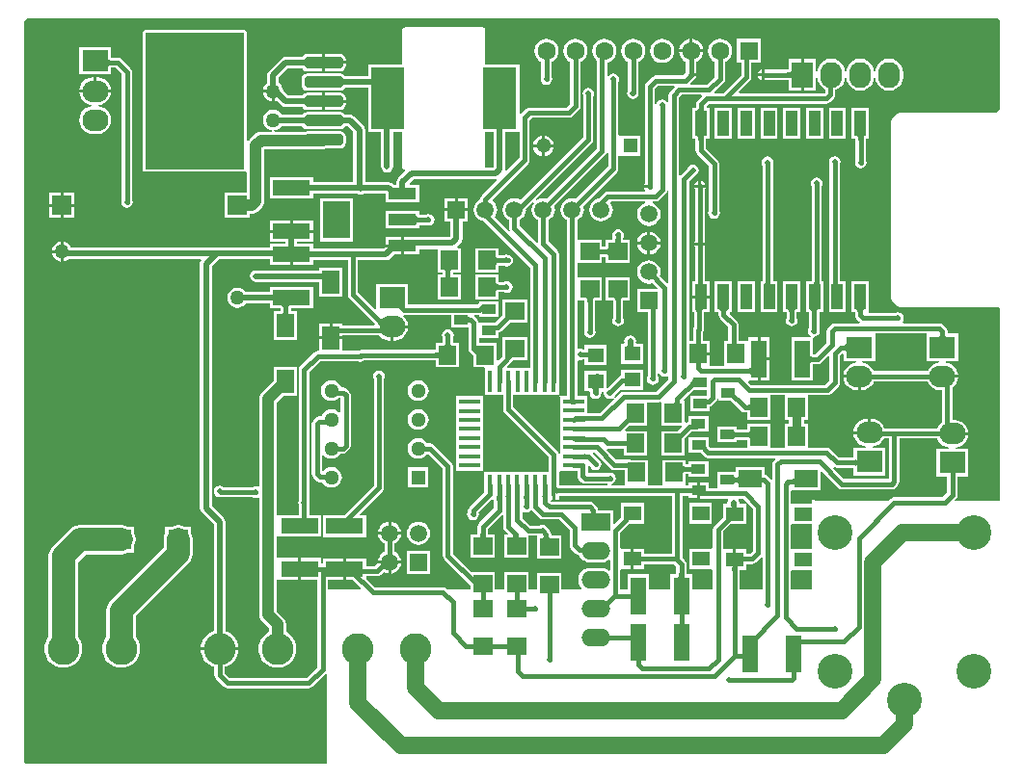
<source format=gtl>
G04*
G04 #@! TF.GenerationSoftware,Altium Limited,Altium Designer,19.1.1 (5)*
G04*
G04 Layer_Physical_Order=1*
G04 Layer_Color=255*
%FSTAX24Y24*%
%MOIN*%
G70*
G01*
G75*
%ADD24R,0.0600X0.0650*%
%ADD25R,0.0591X0.0787*%
%ADD26R,0.0650X0.0600*%
%ADD27R,0.0394X0.0886*%
%ADD28R,0.0551X0.1299*%
%ADD29R,0.1299X0.0551*%
%ADD30R,0.0550X0.0500*%
%ADD31R,0.0591X0.0512*%
%ADD32R,0.0177X0.0750*%
%ADD33R,0.0750X0.0177*%
%ADD34R,0.0472X0.0335*%
%ADD35R,0.0787X0.0591*%
%ADD36R,0.0945X0.0394*%
%ADD37R,0.0945X0.1299*%
%ADD38R,0.1181X0.2126*%
G04:AMPARAMS|DCode=39|XSize=39.4mil|YSize=133.9mil|CornerRadius=9.8mil|HoleSize=0mil|Usage=FLASHONLY|Rotation=90.000|XOffset=0mil|YOffset=0mil|HoleType=Round|Shape=RoundedRectangle|*
%AMROUNDEDRECTD39*
21,1,0.0394,0.1142,0,0,90.0*
21,1,0.0197,0.1339,0,0,90.0*
1,1,0.0197,0.0571,0.0098*
1,1,0.0197,0.0571,-0.0098*
1,1,0.0197,-0.0571,-0.0098*
1,1,0.0197,-0.0571,0.0098*
%
%ADD39ROUNDEDRECTD39*%
%ADD40C,0.0600*%
%ADD41C,0.0200*%
%ADD78C,0.0150*%
%ADD79C,0.0400*%
%ADD80C,0.0300*%
%ADD81C,0.0800*%
%ADD82R,0.3399X0.4724*%
%ADD83C,0.0598*%
%ADD84R,0.0598X0.0598*%
%ADD85C,0.1200*%
%ADD86C,0.1100*%
%ADD87C,0.0630*%
%ADD88R,0.0630X0.0630*%
%ADD89R,0.0900X0.0750*%
%ADD90O,0.0900X0.0750*%
%ADD91R,0.0512X0.0512*%
%ADD92C,0.0512*%
%ADD93O,0.1000X0.0600*%
%ADD94R,0.1000X0.0600*%
%ADD95R,0.0709X0.0709*%
%ADD96R,0.0669X0.0669*%
%ADD97R,0.0598X0.0598*%
%ADD98O,0.0750X0.0900*%
%ADD99R,0.0750X0.0900*%
%ADD100C,0.0197*%
%ADD101C,0.0500*%
G36*
X048517Y036506D02*
Y033403D01*
X048407Y033293D01*
X04504D01*
X044981Y033281D01*
X044932Y033248D01*
X044812Y033128D01*
X044779Y033079D01*
X044767Y03302D01*
Y026874D01*
X044779Y026815D01*
X044812Y026766D01*
X044946Y026632D01*
X044995Y026599D01*
X045054Y026587D01*
X048467D01*
X048517Y026537D01*
Y01986D01*
X046979D01*
X04696Y019906D01*
X047006Y019953D01*
X047006Y019953D01*
X047045Y02001D01*
X047058Y020079D01*
X047058Y020079D01*
Y020715D01*
X04743D01*
Y021665D01*
X046989D01*
X046986Y021715D01*
X047079Y021727D01*
X047195Y021775D01*
X047294Y021851D01*
X04737Y02195D01*
X047418Y022066D01*
X047428Y02214D01*
X04688D01*
Y02224D01*
X047428D01*
X047418Y022314D01*
X04737Y02243D01*
X047294Y022529D01*
X047195Y022605D01*
X047079Y022653D01*
X046955Y022669D01*
X046887D01*
Y023793D01*
X046951Y023842D01*
X047027Y023941D01*
X047075Y024057D01*
X047085Y024131D01*
X046537D01*
Y024231D01*
X047085D01*
X047075Y024305D01*
X047027Y02442D01*
X046951Y024519D01*
X046852Y024596D01*
X046736Y024643D01*
X046643Y024656D01*
X046647Y024706D01*
X047087D01*
Y025656D01*
X046718D01*
X046717Y025663D01*
X046716Y025672D01*
Y02574D01*
X046702Y025808D01*
X046663Y025866D01*
X046663Y025866D01*
X046563Y025966D01*
X046506Y026005D01*
X046437Y026018D01*
X045178D01*
X045157Y026068D01*
X045191Y026119D01*
X045206Y026196D01*
X045191Y026274D01*
X045147Y026339D01*
X045081Y026383D01*
X045004Y026399D01*
X044926Y026383D01*
X044914Y026375D01*
X044035D01*
X043991Y026389D01*
Y027475D01*
X043397D01*
Y026389D01*
X043513D01*
X043515Y026382D01*
X043515Y026373D01*
Y026305D01*
X043529Y026236D01*
X043568Y026179D01*
X043676Y02607D01*
X043679Y026068D01*
X043663Y026018D01*
X042816D01*
X042747Y026005D01*
X04269Y025966D01*
X04269Y025966D01*
X04259Y025866D01*
X042551Y025808D01*
X042537Y02574D01*
Y025343D01*
X042146Y024952D01*
X042084D01*
X042075Y024952D01*
X042068Y024953D01*
Y025498D01*
X042089Y025535D01*
X042108Y025547D01*
X042171Y025559D01*
X042237Y025603D01*
X042281Y025669D01*
X042296Y025746D01*
X042281Y025821D01*
Y026373D01*
X042282Y026382D01*
X042283Y026389D01*
X042416D01*
Y027371D01*
X042417Y027374D01*
X042416Y027378D01*
Y027475D01*
X042369D01*
X042368Y027488D01*
Y03077D01*
X042377Y030783D01*
X042392Y03086D01*
X042377Y030937D01*
X042333Y031003D01*
X042267Y031047D01*
X04219Y031062D01*
X042113Y031047D01*
X042047Y031003D01*
X042003Y030937D01*
X041988Y03086D01*
X042003Y030783D01*
X042012Y03077D01*
Y027492D01*
X042011Y027482D01*
X04201Y027475D01*
X041822D01*
Y026389D01*
X041922D01*
X041924Y026382D01*
X041924Y026373D01*
Y02585D01*
X041907Y025824D01*
X041891Y025746D01*
X041907Y025669D01*
X041951Y025603D01*
X041996Y025573D01*
X041981Y025523D01*
X041317D01*
Y024023D01*
X042068D01*
Y024593D01*
X042075Y024594D01*
X042084Y024595D01*
X04222D01*
X042288Y024608D01*
X042346Y024647D01*
X042595Y024896D01*
X042642Y024877D01*
Y024034D01*
X042496Y023888D01*
X039927D01*
X039842Y023973D01*
X039862Y024023D01*
X040146D01*
Y024773D01*
Y025523D01*
X03982D01*
Y025434D01*
X03979Y025396D01*
X039489D01*
Y025963D01*
X039476Y026032D01*
X039437Y026089D01*
X039437Y026089D01*
X039187Y026339D01*
X039208Y026389D01*
X039266D01*
Y027475D01*
X038673D01*
Y026389D01*
X038795D01*
X038796Y026382D01*
X038797Y026373D01*
Y026299D01*
X038811Y02623D01*
X038849Y026172D01*
X039132Y025889D01*
Y025396D01*
X03899D01*
Y024553D01*
X03849D01*
Y024921D01*
X03809D01*
Y025021D01*
X03849D01*
Y025396D01*
X038276D01*
Y025725D01*
X038292Y02575D01*
X038306Y025818D01*
Y026373D01*
X038306Y026382D01*
X038308Y026389D01*
X038479D01*
Y026882D01*
X038182D01*
X037885D01*
Y026503D01*
X037885Y026503D01*
X037885Y026502D01*
Y026494D01*
X037884Y02649D01*
X037885Y026486D01*
Y026389D01*
X037947D01*
X037948Y026383D01*
X037949Y026376D01*
Y025881D01*
X037933Y025856D01*
X037919Y025788D01*
Y025396D01*
X037778D01*
Y030932D01*
X037965Y031119D01*
X037987Y031123D01*
X038053Y031167D01*
X038097Y031233D01*
X038112Y03131D01*
X038097Y031387D01*
X038053Y031453D01*
X037987Y031497D01*
X03791Y031512D01*
X037833Y031497D01*
X037767Y031453D01*
X037723Y031387D01*
X037722Y03138D01*
X037478Y031137D01*
X037459Y03114D01*
X037428Y031155D01*
Y033836D01*
X037514Y033922D01*
X0382D01*
X038219Y033875D01*
X038062Y033718D01*
X038023Y03366D01*
X03801Y033592D01*
Y033495D01*
X038009Y033486D01*
X038008Y033479D01*
X037885D01*
Y032393D01*
X038002D01*
X038003Y032386D01*
X038004Y032377D01*
Y031998D01*
X038017Y03193D01*
X038056Y031872D01*
X038465Y031462D01*
Y029926D01*
X038457Y029914D01*
X038441Y029836D01*
X038457Y029759D01*
X038501Y029693D01*
X038566Y029649D01*
X038644Y029634D01*
X038721Y029649D01*
X038787Y029693D01*
X038831Y029759D01*
X038846Y029836D01*
X038831Y029914D01*
X038822Y029926D01*
Y031536D01*
X038822Y031536D01*
X038809Y031604D01*
X03877Y031662D01*
X03836Y032072D01*
Y032377D01*
X038361Y032386D01*
X038362Y032393D01*
X038479D01*
Y033479D01*
X038393D01*
X038378Y033529D01*
X038468Y03362D01*
X042518D01*
X042587Y033634D01*
X042645Y033672D01*
X042791Y033819D01*
X04283Y033877D01*
X042843Y033945D01*
X042843Y033945D01*
Y03409D01*
X04294Y03413D01*
X043039Y034206D01*
X043115Y034305D01*
X043163Y034421D01*
X043175Y034512D01*
X043225D01*
X043237Y034421D01*
X043285Y034305D01*
X043361Y034206D01*
X04346Y03413D01*
X043576Y034082D01*
X0437Y034066D01*
X043824Y034082D01*
X04394Y03413D01*
X044039Y034206D01*
X044115Y034305D01*
X044163Y034421D01*
X044175Y034512D01*
X044225D01*
X044237Y034421D01*
X044285Y034305D01*
X044361Y034206D01*
X04446Y03413D01*
X044576Y034082D01*
X0447Y034066D01*
X044824Y034082D01*
X04494Y03413D01*
X045039Y034206D01*
X045115Y034305D01*
X045163Y034421D01*
X045179Y034545D01*
Y034695D01*
X045163Y034819D01*
X045115Y034935D01*
X045039Y035034D01*
X04494Y03511D01*
X044824Y035158D01*
X0447Y035174D01*
X044576Y035158D01*
X04446Y03511D01*
X044361Y035034D01*
X044285Y034935D01*
X044237Y034819D01*
X044225Y034728D01*
X044175D01*
X044163Y034819D01*
X044115Y034935D01*
X044039Y035034D01*
X04394Y03511D01*
X043824Y035158D01*
X0437Y035174D01*
X043576Y035158D01*
X04346Y03511D01*
X043361Y035034D01*
X043285Y034935D01*
X043237Y034819D01*
X043225Y034728D01*
X043175D01*
X043163Y034819D01*
X043115Y034935D01*
X043039Y035034D01*
X04294Y03511D01*
X042824Y035158D01*
X0427Y035174D01*
X042576Y035158D01*
X04246Y03511D01*
X042361Y035034D01*
X042285Y034935D01*
X042237Y034819D01*
X042225Y034726D01*
X042175Y034729D01*
Y03517D01*
X04175D01*
Y03462D01*
Y03407D01*
X042175D01*
Y034511D01*
X042225Y034514D01*
X042237Y034421D01*
X042285Y034305D01*
X042361Y034206D01*
X04246Y03413D01*
X042487Y034119D01*
Y034019D01*
X042445Y033977D01*
X039515D01*
X039495Y034023D01*
X039889Y034417D01*
X039889Y034417D01*
X039928Y034475D01*
X039941Y034543D01*
Y035035D01*
X040265D01*
Y035865D01*
X039435D01*
Y035035D01*
X039585D01*
Y034617D01*
X038945Y033977D01*
X038665D01*
X038645Y034023D01*
X038976Y034354D01*
X039015Y034412D01*
X039028Y03448D01*
Y035075D01*
X039059Y035088D01*
X039146Y035154D01*
X039212Y035241D01*
X039254Y035342D01*
X039269Y03545D01*
X039254Y035558D01*
X039212Y035659D01*
X039146Y035746D01*
X039059Y035812D01*
X038958Y035854D01*
X03885Y035869D01*
X038742Y035854D01*
X038641Y035812D01*
X038554Y035746D01*
X038488Y035659D01*
X038446Y035558D01*
X038431Y03545D01*
X038446Y035342D01*
X038488Y035241D01*
X038554Y035154D01*
X038641Y035088D01*
X038672Y035075D01*
Y034554D01*
X038396Y034278D01*
X037831D01*
X037811Y034328D01*
X037912Y03443D01*
X037927Y034433D01*
X037993Y034477D01*
X038037Y034543D01*
X038042Y03457D01*
X03785D01*
Y03467D01*
X038042D01*
X038037Y034697D01*
X038028Y03471D01*
Y035075D01*
X038059Y035088D01*
X038146Y035154D01*
X038212Y035241D01*
X038254Y035342D01*
X038262Y0354D01*
X03785D01*
X037438D01*
X037446Y035342D01*
X037488Y035241D01*
X037554Y035154D01*
X037641Y035088D01*
X037672Y035075D01*
Y03471D01*
X037663Y034697D01*
X03766Y034682D01*
X037576Y034598D01*
X03664D01*
X036572Y034585D01*
X036514Y034546D01*
X036514Y034546D01*
X036304Y034336D01*
X036265Y034278D01*
X036252Y03421D01*
Y030853D01*
X036238Y030832D01*
X036233Y030805D01*
X036425D01*
Y030705D01*
X036233D01*
X036238Y030678D01*
X036271Y030628D01*
X036249Y030578D01*
X034972D01*
X034972Y030578D01*
X034903Y030565D01*
X034845Y030526D01*
X034845Y030526D01*
X034661Y030342D01*
X034637Y030339D01*
X03454Y030299D01*
X034456Y030235D01*
X034392Y030151D01*
X034352Y030054D01*
X034338Y02995D01*
X034352Y029846D01*
X034392Y029749D01*
X034456Y029665D01*
X03454Y029601D01*
X034637Y029561D01*
X034741Y029547D01*
X034845Y029561D01*
X034942Y029601D01*
X035026Y029665D01*
X03509Y029749D01*
X03513Y029846D01*
X035144Y02995D01*
X03513Y030054D01*
X03509Y030151D01*
X035074Y030172D01*
X035099Y030222D01*
X036258D01*
X036268Y030172D01*
X036189Y030139D01*
X036105Y030075D01*
X036041Y029991D01*
X036001Y029894D01*
X035987Y02979D01*
X036001Y029686D01*
X036041Y029589D01*
X036105Y029505D01*
X036189Y029441D01*
X036286Y029401D01*
X03639Y029387D01*
X036494Y029401D01*
X036591Y029441D01*
X036675Y029505D01*
X036739Y029589D01*
X036779Y029686D01*
X036793Y02979D01*
X036779Y029894D01*
X036739Y029991D01*
X036675Y030075D01*
X036591Y030139D01*
X036512Y030172D01*
X036522Y030222D01*
X03661D01*
X036678Y030235D01*
X036736Y030274D01*
X036976Y030514D01*
X036976Y030514D01*
X037015Y030572D01*
X037022Y030606D01*
X037072Y030601D01*
Y027431D01*
X037022Y027411D01*
X036769Y027663D01*
X036779Y027686D01*
X036793Y02779D01*
X036779Y027894D01*
X036739Y027991D01*
X036675Y028075D01*
X036591Y028139D01*
X036494Y028179D01*
X03639Y028193D01*
X036286Y028179D01*
X036189Y028139D01*
X036105Y028075D01*
X036041Y027991D01*
X036001Y027894D01*
X035987Y02779D01*
X036001Y027686D01*
X036041Y027589D01*
X036105Y027505D01*
X036189Y027441D01*
X036286Y027401D01*
X03639Y027387D01*
X036494Y027401D01*
X036517Y027411D01*
X036692Y027235D01*
X036673Y027189D01*
X035991D01*
Y026391D01*
X036352D01*
Y02418D01*
X036343Y024167D01*
X036328Y02409D01*
X036343Y024013D01*
X036387Y023947D01*
X036453Y023903D01*
X03653Y023888D01*
X036607Y023903D01*
X036673Y023947D01*
X036717Y024013D01*
X036732Y02409D01*
X036717Y024167D01*
X036708Y02418D01*
Y024258D01*
X036758Y024273D01*
X036794Y02422D01*
X036859Y024176D01*
X036937Y024161D01*
X037014Y024176D01*
X037027Y024185D01*
X037072Y024162D01*
Y024071D01*
X036639Y023638D01*
X03551D01*
X035442Y023625D01*
X035384Y023586D01*
X035227Y023429D01*
X035188Y023461D01*
X035205Y023485D01*
X035227Y023519D01*
X03523Y023534D01*
X035399Y023703D01*
X035443Y023721D01*
Y023721D01*
X035443Y023721D01*
X036193D01*
Y024421D01*
X035443D01*
Y024204D01*
X035408Y024197D01*
X03535Y024158D01*
X034978Y023786D01*
X034975Y023786D01*
X034925Y023814D01*
Y02437D01*
X034676D01*
X034668Y024375D01*
X0346Y024388D01*
X034532Y024375D01*
X034524Y02437D01*
X034175D01*
Y02367D01*
X034323D01*
X034355Y023631D01*
X034348Y023596D01*
X034363Y023519D01*
X034407Y023453D01*
X034473Y02341D01*
X03455Y023394D01*
X034627Y02341D01*
X034693Y023453D01*
X034737Y023519D01*
X034752Y023596D01*
X034748Y023617D01*
X034782Y023659D01*
X034808D01*
X034842Y023617D01*
X034838Y023596D01*
X034853Y023519D01*
X034897Y023453D01*
X034963Y02341D01*
X03504Y023394D01*
X035118Y02341D01*
X035176Y023448D01*
X035208Y02341D01*
X034703Y022905D01*
X034275D01*
Y023116D01*
Y023493D01*
X033921D01*
X03392Y0235D01*
X033919Y02351D01*
Y024713D01*
X033969Y024748D01*
X034019Y024738D01*
X034097Y024754D01*
X034109Y024762D01*
X034175D01*
Y02457D01*
X034925D01*
Y02527D01*
X034175D01*
Y025119D01*
X034109D01*
X034097Y025128D01*
X034019Y025143D01*
X033969Y025133D01*
X033919Y025168D01*
Y026743D01*
X033925Y026791D01*
X033969Y026791D01*
X03417D01*
X034171Y026784D01*
X034172Y026774D01*
Y0258D01*
X034163Y025788D01*
X034148Y02571D01*
X034163Y025633D01*
X034207Y025567D01*
X034273Y025523D01*
X03435Y025508D01*
X034427Y025523D01*
X034493Y025567D01*
X034537Y025633D01*
X034552Y02571D01*
X034537Y025788D01*
X034528Y0258D01*
Y026774D01*
X034529Y026784D01*
X03453Y026791D01*
X034775D01*
Y027591D01*
X033969D01*
X033925Y027591D01*
X033919Y027638D01*
Y028043D01*
X033925Y028091D01*
X033969Y028091D01*
X034775D01*
Y028312D01*
X034874D01*
X034883Y028312D01*
X03489Y02831D01*
Y028091D01*
X03574D01*
Y028891D01*
X035495D01*
X035494Y028898D01*
X035493Y028907D01*
Y028968D01*
X035514Y028999D01*
X03553Y029077D01*
X035514Y029154D01*
X035471Y02922D01*
X035405Y029264D01*
X035327Y029279D01*
X03525Y029264D01*
X035184Y02922D01*
X035141Y029154D01*
X035125Y029077D01*
X035137Y029019D01*
Y028907D01*
X035136Y028898D01*
X035135Y028891D01*
X03489D01*
Y028671D01*
X034883Y02867D01*
X034874Y028669D01*
X034775D01*
Y028891D01*
X033969D01*
X033925Y028891D01*
X033919Y028938D01*
Y029592D01*
X033942Y029601D01*
X034026Y029665D01*
X03409Y029749D01*
X03413Y029846D01*
X034144Y02995D01*
X03413Y030054D01*
X03412Y030077D01*
X035291Y031248D01*
X035291Y031248D01*
X03533Y031306D01*
X035343Y031374D01*
Y031798D01*
X035389Y031809D01*
X035393Y031809D01*
X036101D01*
Y03252D01*
X035393D01*
X035389Y03252D01*
X035343Y032531D01*
Y034378D01*
X035352Y03439D01*
X035367Y034468D01*
X035352Y034545D01*
X035308Y034611D01*
X035242Y034655D01*
X035165Y03467D01*
X035088Y034655D01*
X035022Y034611D01*
X035005Y034585D01*
X034955Y034601D01*
Y035045D01*
X034958Y035046D01*
X035059Y035088D01*
X035146Y035154D01*
X035212Y035241D01*
X035254Y035342D01*
X035269Y03545D01*
X035254Y035558D01*
X035212Y035659D01*
X035146Y035746D01*
X035059Y035812D01*
X034958Y035854D01*
X03485Y035869D01*
X034742Y035854D01*
X034641Y035812D01*
X034554Y035746D01*
X034488Y035659D01*
X034446Y035558D01*
X034431Y03545D01*
X034446Y035342D01*
X034488Y035241D01*
X034554Y035154D01*
X034598Y03512D01*
Y032059D01*
X032868Y030329D01*
X032845Y030339D01*
X032741Y030353D01*
X032637Y030339D01*
X03254Y030299D01*
X032513Y030278D01*
X03248Y030316D01*
X034424Y03226D01*
X034424Y03226D01*
X034463Y032318D01*
X034476Y032386D01*
Y033878D01*
X034485Y033891D01*
X0345Y033968D01*
X034485Y034045D01*
X034441Y034111D01*
X034375Y034155D01*
X034298Y03417D01*
X034221Y034155D01*
X034155Y034111D01*
X034111Y034045D01*
X034096Y033968D01*
X034111Y033891D01*
X03412Y033878D01*
Y03246D01*
X031951Y030292D01*
X031942Y030299D01*
X031845Y030339D01*
X031741Y030353D01*
X031637Y030339D01*
X03154Y030299D01*
X031456Y030235D01*
X031392Y030151D01*
X031352Y030054D01*
X031338Y02995D01*
X031352Y029846D01*
X031392Y029749D01*
X031456Y029665D01*
X03154Y029601D01*
X031563Y029592D01*
Y029319D01*
X031576Y029251D01*
X031586Y029236D01*
X031547Y029204D01*
X031052Y029699D01*
X03109Y029749D01*
X03113Y029846D01*
X031144Y02995D01*
X03113Y030054D01*
X03109Y030151D01*
X031026Y030235D01*
X030994Y030259D01*
X03099Y030309D01*
X032215Y031534D01*
X032254Y031592D01*
X032267Y03166D01*
Y033055D01*
X032344Y033132D01*
X03362D01*
X033688Y033145D01*
X033746Y033184D01*
X033976Y033414D01*
X034015Y033472D01*
X034028Y03354D01*
Y035075D01*
X034059Y035088D01*
X034146Y035154D01*
X034212Y035241D01*
X034254Y035342D01*
X034269Y03545D01*
X034254Y035558D01*
X034212Y035659D01*
X034146Y035746D01*
X034059Y035812D01*
X033958Y035854D01*
X03385Y035869D01*
X033742Y035854D01*
X033641Y035812D01*
X033554Y035746D01*
X033488Y035659D01*
X033446Y035558D01*
X033431Y03545D01*
X033446Y035342D01*
X033488Y035241D01*
X033554Y035154D01*
X033641Y035088D01*
X033672Y035075D01*
Y033614D01*
X033546Y033488D01*
X03227D01*
X03227Y033488D01*
X032201Y033475D01*
X032144Y033436D01*
X032144Y033436D01*
X03197Y033262D01*
X031942Y033268D01*
X03192Y033281D01*
Y034961D01*
X030741D01*
Y036161D01*
X030733Y0362D01*
X030711Y036233D01*
X030678Y036255D01*
X030639Y036263D01*
X027961D01*
X027922Y036255D01*
X027889Y036233D01*
X027867Y0362D01*
X027859Y036161D01*
Y034961D01*
X02668D01*
Y034573D01*
X025889D01*
X025864Y034611D01*
X025798Y034655D01*
X025721Y03467D01*
X024579D01*
X024502Y034655D01*
X024436Y034611D01*
X024392Y034545D01*
X024377Y034468D01*
Y034271D01*
X024392Y034193D01*
X024436Y034128D01*
X024502Y034084D01*
X024579Y034069D01*
X025721D01*
X025798Y034084D01*
X025864Y034128D01*
X025889Y034165D01*
X02668D01*
Y032635D01*
X027136D01*
Y03144D01*
X027152Y031362D01*
X027196Y031296D01*
X027262Y031252D01*
X02734Y031236D01*
X027418Y031252D01*
X027484Y031296D01*
X027528Y031362D01*
X027544Y03144D01*
Y032635D01*
X027859D01*
Y031436D01*
X027867Y031397D01*
X027889Y031364D01*
X027922Y031342D01*
X027948Y031337D01*
X027971Y031289D01*
X027728Y031046D01*
X027684Y03098D01*
X027668Y030902D01*
Y030802D01*
X027588D01*
X027548Y030842D01*
X027482Y030886D01*
X027404Y030902D01*
X026584D01*
Y032721D01*
X026569Y032799D01*
X026525Y032865D01*
X026205Y033185D01*
X026139Y033229D01*
X026061Y033244D01*
X025883D01*
X025864Y033272D01*
X025798Y033316D01*
X025721Y033331D01*
X024579D01*
X024502Y033316D01*
X024436Y033272D01*
X024417Y033244D01*
X023692D01*
X02365Y0333D01*
X023577Y033356D01*
X023491Y033391D01*
X0234Y033403D01*
X023309Y033391D01*
X023223Y033356D01*
X02315Y0333D01*
X023094Y033227D01*
X023059Y033141D01*
X023047Y03305D01*
X023059Y032959D01*
X023094Y032873D01*
X02315Y0328D01*
X023223Y032744D01*
X023309Y032709D01*
X023357Y032703D01*
X023354Y032653D01*
X022987D01*
X022909Y032642D01*
X022836Y032612D01*
X022773Y032564D01*
X022586Y032377D01*
X022552Y032333D01*
X022502Y03235D01*
Y036082D01*
X022494Y036121D01*
X022472Y036154D01*
X022439Y036176D01*
X0224Y036184D01*
X019001D01*
X018962Y036176D01*
X018929Y036154D01*
X018907Y036121D01*
X018899Y036082D01*
Y031358D01*
X018907Y031319D01*
X018929Y031286D01*
X018962Y031264D01*
X019001Y031256D01*
X0224D01*
X022439Y031264D01*
X022447Y031269D01*
X022497Y031242D01*
Y030535D01*
X021728D01*
Y029665D01*
X022598D01*
Y029797D01*
X02265D01*
X022729Y029808D01*
X022802Y029838D01*
X022864Y029886D01*
X023014Y030036D01*
X023062Y030098D01*
X023092Y030171D01*
X023103Y03025D01*
Y032038D01*
X023112Y032047D01*
X025139D01*
X025217Y032058D01*
X025224Y032061D01*
X025721D01*
X025798Y032076D01*
X025864Y03212D01*
X025908Y032186D01*
X025923Y032263D01*
Y03246D01*
X025908Y032537D01*
X025864Y032603D01*
X025798Y032647D01*
X025721Y032662D01*
X025164D01*
X02515Y032664D01*
X025136Y032662D01*
X024579D01*
X024531Y032653D01*
X023446D01*
X023443Y032703D01*
X023491Y032709D01*
X023577Y032744D01*
X02365Y0328D01*
X023677Y032836D01*
X024405D01*
X024436Y032789D01*
X024502Y032745D01*
X024579Y03273D01*
X025721D01*
X025798Y032745D01*
X025864Y032789D01*
X025895Y032836D01*
X025977D01*
X026176Y032637D01*
Y030902D01*
X02478D01*
Y031074D01*
X023281D01*
Y030322D01*
X02478D01*
Y030494D01*
X02631D01*
X02634Y030474D01*
X026418Y030459D01*
X026495Y030474D01*
X026525Y030494D01*
X0273D01*
Y030209D01*
X028444D01*
Y030802D01*
X028131D01*
X028111Y030852D01*
X028264Y031006D01*
X031096D01*
X031116Y03101D01*
X031141Y030964D01*
X030615Y030438D01*
X030576Y03038D01*
X030563Y030312D01*
Y030308D01*
X03054Y030299D01*
X030456Y030235D01*
X030392Y030151D01*
X030352Y030054D01*
X030338Y02995D01*
X030352Y029846D01*
X030392Y029749D01*
X030456Y029665D01*
X03054Y029601D01*
X030637Y029561D01*
X030693Y029554D01*
X032296Y02795D01*
Y024475D01*
X031501D01*
X031482Y024521D01*
X031706Y024746D01*
X032189D01*
Y025546D01*
X031339D01*
Y024883D01*
X031187Y024731D01*
X031141Y02475D01*
Y025345D01*
X030517D01*
Y025459D01*
X030528Y025504D01*
X030567Y025504D01*
X0312D01*
Y025694D01*
X031225Y025699D01*
X031283Y025738D01*
X031591Y026046D01*
X032189D01*
Y026846D01*
X031339D01*
Y026298D01*
X031083Y026042D01*
X030956D01*
X030939Y026039D01*
X030566D01*
X030528Y026039D01*
X030507Y02608D01*
X030504Y026095D01*
X030465Y026153D01*
X030465Y026153D01*
X030359Y026259D01*
X030376Y026309D01*
X030526D01*
Y026248D01*
X031198D01*
Y026783D01*
X030632D01*
X030628Y026784D01*
X030627Y026783D01*
X030626Y026784D01*
X030623Y026783D01*
X030526D01*
Y026725D01*
X03052Y02672D01*
X030505Y02671D01*
X030461Y026666D01*
X029571D01*
X029571Y026666D01*
X029547Y026662D01*
X02806D01*
Y027375D01*
X02696D01*
Y026522D01*
X026914Y026502D01*
X026338Y027078D01*
Y028194D01*
X0273D01*
X027378Y02821D01*
X027444Y028254D01*
X027588Y028398D01*
X027822D01*
Y028644D01*
X027258D01*
X027216Y028602D01*
X024782D01*
Y028774D01*
X024235D01*
Y028826D01*
X02478D01*
Y029152D01*
X023281D01*
Y028826D01*
X023827D01*
Y028774D01*
X023283D01*
Y028653D01*
X02145D01*
X02145Y028653D01*
X02145Y028653D01*
X016415D01*
X016406Y028677D01*
X01635Y02875D01*
X016277Y028806D01*
X016191Y028841D01*
X01615Y028846D01*
Y0285D01*
Y028154D01*
X016191Y028159D01*
X016277Y028194D01*
X016343Y028245D01*
X02089D01*
X020917Y028195D01*
X020892Y028157D01*
X020876Y028079D01*
Y01961D01*
X020892Y019532D01*
X020936Y019466D01*
X021346Y019056D01*
Y015367D01*
X0213Y015353D01*
X021187Y015293D01*
X021088Y015212D01*
X021007Y015113D01*
X020947Y015D01*
X020909Y014877D01*
X020902Y0148D01*
X022198D01*
X022191Y014877D01*
X022153Y015D01*
X022093Y015113D01*
X022012Y015212D01*
X021913Y015293D01*
X0218Y015353D01*
X021754Y015367D01*
Y01914D01*
X021738Y019218D01*
X021694Y019284D01*
X021284Y019694D01*
Y027995D01*
X021534Y028245D01*
X023283D01*
Y028022D01*
X023982D01*
Y028398D01*
X024082D01*
Y028022D01*
X024782D01*
Y028194D01*
X025982D01*
Y027004D01*
X025995Y026936D01*
X026034Y026878D01*
X026912Y026D01*
X026902Y025966D01*
X02689Y02595D01*
X025795D01*
Y026014D01*
X02545D01*
Y02557D01*
X025795D01*
Y025593D01*
X027072D01*
X027096Y025561D01*
X027195Y025485D01*
X027311Y025437D01*
X027435Y025421D01*
X02746D01*
Y0259D01*
X02751D01*
Y02595D01*
X028058D01*
X028048Y026024D01*
X028Y02614D01*
X027924Y026239D01*
X027896Y02626D01*
X027918Y026307D01*
X027927Y026305D01*
X029544D01*
Y025878D01*
X03016D01*
Y025146D01*
X030174Y025077D01*
X030213Y025019D01*
X030316Y024917D01*
X030316Y024917D01*
X030341Y0249D01*
Y024495D01*
X03067D01*
X030711Y024475D01*
Y023525D01*
X031089D01*
Y023525D01*
X031341D01*
Y023525D01*
X031351D01*
X031351Y023521D01*
Y023045D01*
X031365Y022977D01*
X031404Y022919D01*
X032926Y021396D01*
Y020871D01*
X032661D01*
Y020871D01*
X032284D01*
Y020871D01*
X031716D01*
Y020871D01*
X031401D01*
Y020871D01*
X030709D01*
Y020173D01*
X030185Y019648D01*
X030146Y019591D01*
X030132Y019522D01*
Y01949D01*
X030124Y019477D01*
X030108Y0194D01*
X030124Y019323D01*
X030168Y019257D01*
X030233Y019213D01*
X030311Y019198D01*
X030388Y019213D01*
X030454Y019257D01*
X030498Y019323D01*
X030513Y0194D01*
X030501Y01946D01*
X030961Y019921D01*
X031034D01*
X031034Y019917D01*
Y019622D01*
X030524Y019112D01*
X030485Y019054D01*
X030472Y018986D01*
Y018713D01*
X030471Y018704D01*
X03047Y018697D01*
X030225D01*
Y017897D01*
X031075D01*
Y018697D01*
X030831D01*
X030829Y018704D01*
X030829Y018713D01*
Y018912D01*
X031299Y019382D01*
X031349Y019361D01*
Y01898D01*
X031363Y018912D01*
X031401Y018854D01*
X031512Y018743D01*
X031493Y018697D01*
X031388D01*
Y017897D01*
X032238D01*
Y018662D01*
X032521D01*
Y017887D01*
X033371D01*
Y018687D01*
X033052D01*
X033018Y01872D01*
X033005Y018788D01*
X032966Y018846D01*
X032966Y018846D01*
X03291Y018902D01*
X032907Y018917D01*
X032863Y018983D01*
X032797Y019027D01*
X03272Y019042D01*
X032643Y019027D01*
X03263Y019018D01*
X032288D01*
X032021Y019286D01*
Y019465D01*
X032065Y019488D01*
X03208Y019478D01*
X032157Y019463D01*
X032235Y019478D01*
X032298Y01952D01*
X032307Y019525D01*
X032361Y019522D01*
X032609Y019274D01*
X032609Y019274D01*
X032667Y019235D01*
X032735Y019222D01*
X033292D01*
X033647Y018867D01*
Y018333D01*
X03366Y018265D01*
X033699Y018207D01*
X033852Y018054D01*
X03391Y018015D01*
X033974Y018002D01*
X034001Y017938D01*
X034065Y017855D01*
X034148Y017791D01*
X034246Y01775D01*
X03435Y017737D01*
X03475D01*
X034854Y01775D01*
X034952Y017791D01*
X034997Y017825D01*
X035047Y0178D01*
Y01748D01*
X034997Y017455D01*
X034952Y017489D01*
X034854Y01753D01*
X03475Y017543D01*
X03435D01*
X034246Y01753D01*
X034148Y017489D01*
X034065Y017425D01*
X034001Y017342D01*
X03396Y017244D01*
X033947Y01714D01*
X03396Y017036D01*
X034001Y016938D01*
X034063Y016857D01*
X03406Y016839D01*
X034049Y016807D01*
X033371D01*
Y017387D01*
X032521D01*
Y016807D01*
X032238D01*
Y017397D01*
X031388D01*
Y016807D01*
X031075D01*
Y017397D01*
X030274D01*
X02962Y018051D01*
Y021072D01*
X029606Y02114D01*
X029568Y021198D01*
X029568Y021198D01*
X028956Y02181D01*
X028898Y021848D01*
X02883Y021862D01*
X028731D01*
X028731Y021863D01*
X028674Y021937D01*
X028599Y021994D01*
X028513Y02203D01*
X02842Y022042D01*
X028327Y02203D01*
X028241Y021994D01*
X028166Y021937D01*
X028109Y021863D01*
X028073Y021776D01*
X028061Y021683D01*
X028073Y021591D01*
X028109Y021504D01*
X028166Y02143D01*
X028241Y021373D01*
X028327Y021337D01*
X02842Y021324D01*
X028513Y021337D01*
X028599Y021373D01*
X028674Y02143D01*
X028715Y021483D01*
X028771Y021487D01*
X028777Y021484D01*
X029263Y020998D01*
Y017977D01*
X029277Y017909D01*
X029315Y017851D01*
X030225Y016941D01*
Y016807D01*
X029415D01*
X029399Y016823D01*
X029341Y016861D01*
X029273Y016875D01*
X026923D01*
X026623Y017175D01*
Y017262D01*
X026998D01*
X027066Y017275D01*
X027124Y017314D01*
X027216Y017406D01*
X027226Y017399D01*
X027323Y017359D01*
X027377Y017352D01*
Y017698D01*
X027003D01*
X026924Y017618D01*
X026623D01*
Y017875D01*
X025923D01*
Y0175D01*
Y017124D01*
X02617D01*
X026441Y016853D01*
X026422Y016807D01*
X025295D01*
Y017124D01*
X025823D01*
Y0175D01*
Y017875D01*
X025124D01*
Y017693D01*
X025071D01*
Y01789D01*
X024371D01*
Y017515D01*
Y017139D01*
X024938D01*
Y01412D01*
X024556Y013738D01*
X021904D01*
X021728Y013914D01*
Y014125D01*
X0218Y014147D01*
X021913Y014207D01*
X022012Y014288D01*
X022093Y014387D01*
X022153Y0145D01*
X022191Y014623D01*
X022198Y0147D01*
X020902D01*
X020909Y014623D01*
X020947Y0145D01*
X021007Y014387D01*
X021088Y014288D01*
X021187Y014207D01*
X0213Y014147D01*
X021372Y014125D01*
Y01384D01*
X021385Y013772D01*
X021424Y013714D01*
X021704Y013434D01*
X021762Y013395D01*
X02183Y013382D01*
X02183Y013382D01*
X02463D01*
X024698Y013395D01*
X024756Y013434D01*
X0252Y013878D01*
X02525Y013857D01*
X02525Y010783D01*
X014853D01*
X014803Y010833D01*
Y036457D01*
X014903Y036557D01*
X048466D01*
X048517Y036506D01*
D02*
G37*
G36*
X037279Y034192D02*
X037124Y034036D01*
X037085Y033978D01*
X037072Y03391D01*
Y033678D01*
X037022Y033663D01*
X036993Y033705D01*
X036927Y033749D01*
X03685Y033765D01*
X036773Y033749D01*
X036707Y033705D01*
X036663Y03364D01*
X036658Y033616D01*
X036608Y033621D01*
Y034136D01*
X036714Y034242D01*
X037259D01*
X037279Y034192D01*
D02*
G37*
G36*
X038264Y033499D02*
X038266Y033473D01*
X03827Y033451D01*
X038275Y033431D01*
X038282Y033415D01*
X03829Y033401D01*
X0383Y03339D01*
X038311Y033383D01*
X038324Y033378D01*
X038338Y033377D01*
X038038D01*
X038052Y033378D01*
X038065Y033383D01*
X038076Y03339D01*
X038086Y033401D01*
X038094Y033415D01*
X038101Y033431D01*
X038106Y033451D01*
X03811Y033473D01*
X038112Y033499D01*
X038113Y033528D01*
X038263D01*
X038264Y033499D01*
D02*
G37*
G36*
X038318Y032494D02*
X038305Y03249D01*
X038294Y032482D01*
X038284Y032471D01*
X038276Y032458D01*
X038269Y032441D01*
X038264Y032422D01*
X03826Y032399D01*
X038258Y032373D01*
X038257Y032345D01*
X038107D01*
X038106Y032373D01*
X038104Y032399D01*
X0381Y032422D01*
X038095Y032441D01*
X038088Y032458D01*
X03808Y032471D01*
X03807Y032482D01*
X038059Y03249D01*
X038046Y032494D01*
X038032Y032496D01*
X038332D01*
X038318Y032494D01*
D02*
G37*
G36*
X031025Y031428D02*
X031011Y031414D01*
X030759D01*
X030741Y031436D01*
Y032635D01*
X031025D01*
Y031428D01*
D02*
G37*
G36*
X03191Y031734D02*
X031475Y031298D01*
X031429Y031323D01*
X031433Y031344D01*
Y032635D01*
X03191D01*
Y031734D01*
D02*
G37*
G36*
X034966Y031909D02*
X034987Y031902D01*
Y031448D01*
X033868Y030329D01*
X033845Y030339D01*
X033741Y030353D01*
X033637Y030339D01*
X03354Y030299D01*
X033456Y030235D01*
X033392Y030151D01*
X033352Y030054D01*
X033338Y02995D01*
X033352Y029846D01*
X033392Y029749D01*
X033456Y029665D01*
X03354Y029601D01*
X033563Y029592D01*
Y02351D01*
X033562Y0235D01*
X033561Y023493D01*
X03333D01*
X03331Y02351D01*
X033293Y02353D01*
Y02437D01*
X033294Y024374D01*
X033293Y024378D01*
Y024475D01*
X033283D01*
X033283Y024479D01*
Y028419D01*
X033283Y028419D01*
X03327Y028487D01*
X033231Y028545D01*
X033231Y028545D01*
X032919Y028857D01*
Y029592D01*
X032942Y029601D01*
X033026Y029665D01*
X03309Y029749D01*
X03313Y029846D01*
X033144Y02995D01*
X03313Y030054D01*
X03312Y030077D01*
X034903Y031859D01*
X034903Y031859D01*
X034937Y03191D01*
X034966Y031909D01*
D02*
G37*
G36*
X032412Y030178D02*
X032392Y030151D01*
X032352Y030054D01*
X032338Y02995D01*
X032352Y029846D01*
X032392Y029749D01*
X032456Y029665D01*
X03254Y029601D01*
X032563Y029592D01*
Y02882D01*
X032513Y0288D01*
X031919Y029393D01*
Y029592D01*
X031942Y029601D01*
X032026Y029665D01*
X03209Y029749D01*
X03213Y029846D01*
X032144Y02995D01*
X03214Y029976D01*
X032375Y030211D01*
X032412Y030178D01*
D02*
G37*
G36*
X035391Y028911D02*
X035393Y028885D01*
X035397Y028862D01*
X035402Y028843D01*
X035409Y028826D01*
X035417Y028813D01*
X035427Y028802D01*
X035438Y028794D01*
X035451Y02879D01*
X035465Y028788D01*
X035165D01*
X035179Y02879D01*
X035192Y028794D01*
X035203Y028802D01*
X035213Y028813D01*
X035221Y028826D01*
X035228Y028843D01*
X035233Y028862D01*
X035237Y028885D01*
X035239Y028911D01*
X03524Y02894D01*
X03539D01*
X035391Y028911D01*
D02*
G37*
G36*
X034992Y028341D02*
X034991Y028355D01*
X034986Y028368D01*
X034979Y028379D01*
X034968Y028389D01*
X034955Y028397D01*
X034938Y028404D01*
X034918Y028409D01*
X034896Y028413D01*
X03487Y028415D01*
X034841Y028416D01*
Y028566D01*
X03487Y028567D01*
X034896Y028569D01*
X034918Y028573D01*
X034938Y028578D01*
X034955Y028585D01*
X034968Y028593D01*
X034979Y028603D01*
X034986Y028614D01*
X034991Y028627D01*
X034992Y028641D01*
Y028341D01*
D02*
G37*
G36*
X042266Y027495D02*
X042269Y027447D01*
X042273Y027428D01*
X042277Y027411D01*
X042283Y027398D01*
X042289Y027387D01*
X042297Y02738D01*
X042305Y027375D01*
X042315Y027374D01*
X04204Y027373D01*
X042054Y027374D01*
X042067Y027379D01*
X042078Y027387D01*
X042088Y027397D01*
X042096Y027411D01*
X042103Y027427D01*
X042108Y027447D01*
X042112Y02747D01*
X042114Y027495D01*
X042115Y027524D01*
X042265D01*
X042266Y027495D01*
D02*
G37*
G36*
X034486Y026892D02*
X034473Y026887D01*
X034462Y02688D01*
X034452Y026869D01*
X034444Y026855D01*
X034437Y026839D01*
X034432Y026819D01*
X034428Y026796D01*
X034426Y026771D01*
X034425Y026742D01*
X034275D01*
X034274Y026771D01*
X034272Y026796D01*
X034268Y026819D01*
X034263Y026839D01*
X034256Y026855D01*
X034248Y026869D01*
X034238Y02688D01*
X034227Y026887D01*
X034214Y026892D01*
X0342Y026893D01*
X0345D01*
X034486Y026892D01*
D02*
G37*
G36*
X027969Y026544D02*
X027972Y026543D01*
X027976Y02654D01*
X02798Y026536D01*
X027874Y02643D01*
X027856Y026448D01*
X0278Y026511D01*
X027796Y026518D01*
X027794Y026522D01*
X027795Y026525D01*
X027798Y026526D01*
X027959D01*
X027959Y026532D01*
X02796Y026537D01*
X027961Y02654D01*
X027962Y026543D01*
X027964Y026544D01*
X027966Y026545D01*
X027969Y026544D01*
D02*
G37*
G36*
X030628Y026396D02*
X030628Y026411D01*
X030626Y026423D01*
X030624Y026432D01*
X030622Y02644D01*
X030618Y026445D01*
X030614Y026448D01*
X030608Y026448D01*
X030603Y026446D01*
X030596Y026442D01*
X030588Y026435D01*
X030482Y026541D01*
X030627Y026682D01*
X030628Y026396D01*
D02*
G37*
G36*
X04383Y02649D02*
X043817Y026486D01*
X043806Y026478D01*
X043796Y026468D01*
X043788Y026454D01*
X043781Y026437D01*
X043776Y026418D01*
X043772Y026395D01*
X04377Y026369D01*
X043769Y026341D01*
X043619D01*
X043618Y026369D01*
X043616Y026395D01*
X043612Y026418D01*
X043607Y026437D01*
X0436Y026454D01*
X043592Y026468D01*
X043582Y026478D01*
X043571Y026486D01*
X043558Y02649D01*
X043544Y026492D01*
X043844D01*
X04383Y02649D01*
D02*
G37*
G36*
X042238D02*
X042226Y026486D01*
X042214Y026478D01*
X042205Y026468D01*
X042196Y026454D01*
X04219Y026437D01*
X042185Y026418D01*
X042181Y026395D01*
X042179Y026369D01*
X042178Y026341D01*
X042028D01*
X042027Y026369D01*
X042025Y026395D01*
X042021Y026418D01*
X042016Y026437D01*
X042009Y026454D01*
X042001Y026468D01*
X041991Y026478D01*
X04198Y026486D01*
X041967Y02649D01*
X041953Y026492D01*
X042253D01*
X042238Y02649D01*
D02*
G37*
G36*
X039111D02*
X039099Y026486D01*
X039087Y026478D01*
X039078Y026468D01*
X039069Y026454D01*
X039063Y026437D01*
X039057Y026418D01*
X039054Y026395D01*
X039051Y026369D01*
X039051Y026341D01*
X038901D01*
X0389Y026369D01*
X038898Y026395D01*
X038894Y026418D01*
X038889Y026437D01*
X038882Y026454D01*
X038874Y026468D01*
X038864Y026478D01*
X038853Y026486D01*
X03884Y02649D01*
X038826Y026492D01*
X039126D01*
X039111Y02649D01*
D02*
G37*
G36*
X038263Y02649D02*
X03825Y026486D01*
X038239Y026478D01*
X038229Y026467D01*
X038221Y026454D01*
X038214Y026437D01*
X038209Y026418D01*
X038205Y026395D01*
X038203Y026369D01*
X038202Y026341D01*
X038052D01*
X038052Y026369D01*
X03805Y026395D01*
X038046Y026417D01*
X038042Y026437D01*
X038036Y026453D01*
X038028Y026467D01*
X03802Y026477D01*
X03801Y026485D01*
X037999Y026489D01*
X037986Y026491D01*
X038277Y026492D01*
X038263Y02649D01*
D02*
G37*
G36*
X030116Y026245D02*
X030119Y02624D01*
X030124Y026236D01*
X030132Y026232D01*
X030141Y026228D01*
X030153Y026225D01*
X030167Y026223D01*
X030182Y026222D01*
X030221Y026221D01*
Y026071D01*
X0302Y02607D01*
X030167Y026068D01*
X030153Y026066D01*
X030141Y026063D01*
X030132Y026059D01*
X030124Y026055D01*
X030119Y026051D01*
X030116Y026046D01*
X030115Y02604D01*
Y026251D01*
X030116Y026245D01*
D02*
G37*
G36*
X027058Y026213D02*
X027081Y026194D01*
X027101Y026178D01*
X02712Y026167D01*
X027137Y02616D01*
X027152Y026157D01*
X027165Y026157D01*
X027176Y026162D01*
X027185Y026171D01*
X027193Y026183D01*
X027061Y025892D01*
X027066Y025907D01*
X027068Y025923D01*
X027066Y02594D01*
X027062Y025959D01*
X027054Y025978D01*
X027042Y025999D01*
X027028Y026021D01*
X02701Y026044D01*
X026989Y026068D01*
X026965Y026093D01*
X027034Y026236D01*
X027058Y026213D01*
D02*
G37*
G36*
X046613Y025676D02*
X046615Y02565D01*
X046619Y025627D01*
X046624Y025608D01*
X046631Y025591D01*
X046639Y025577D01*
X046649Y025567D01*
X04666Y025559D01*
X046673Y025555D01*
X046687Y025553D01*
X046387D01*
X046402Y025555D01*
X046414Y025559D01*
X046426Y025567D01*
X046435Y025577D01*
X046444Y025591D01*
X04645Y025608D01*
X046456Y025627D01*
X046459Y02565D01*
X046462Y025676D01*
X046462Y025704D01*
X046612D01*
X046613Y025676D01*
D02*
G37*
G36*
X043212Y02502D02*
X043211Y025034D01*
X043206Y025047D01*
X043199Y025058D01*
X043188Y025068D01*
X043175Y025076D01*
X043158Y025083D01*
X043138Y025088D01*
X043116Y025092D01*
X04309Y025094D01*
X043061Y025095D01*
Y025245D01*
X04309Y025246D01*
X043116Y025248D01*
X043138Y025252D01*
X043158Y025257D01*
X043175Y025264D01*
X043188Y025272D01*
X043199Y025282D01*
X043206Y025293D01*
X043211Y025306D01*
X043212Y02532D01*
Y02502D01*
D02*
G37*
G36*
X041967Y024909D02*
X041971Y024896D01*
X041979Y024885D01*
X04199Y024875D01*
X042003Y024867D01*
X04202Y02486D01*
X042039Y024855D01*
X042062Y024851D01*
X042088Y024849D01*
X042117Y024848D01*
Y024698D01*
X042088Y024697D01*
X042062Y024695D01*
X042039Y024691D01*
X04202Y024686D01*
X042003Y024679D01*
X04199Y024671D01*
X041979Y024661D01*
X041971Y02465D01*
X041967Y024637D01*
X041965Y024623D01*
Y024923D01*
X041967Y024909D01*
D02*
G37*
G36*
X031302Y024374D02*
X031128D01*
X031133Y024375D01*
X031137Y02438D01*
X031141Y024387D01*
X031144Y024397D01*
X031147Y02441D01*
X031149Y024426D01*
X031153Y024467D01*
X031154Y02452D01*
X031304D01*
X031302Y024374D01*
D02*
G37*
G36*
X03318Y024495D02*
X033188Y02438D01*
X03319Y024375D01*
X033192Y024374D01*
X033017D01*
X03302Y024375D01*
X033022Y02438D01*
X033024Y024387D01*
X033025Y024398D01*
X033028Y024428D01*
X03303Y024495D01*
X03303Y024524D01*
X03318D01*
X03318Y024495D01*
D02*
G37*
G36*
X032865D02*
X032873Y02438D01*
X032875Y024375D01*
X032877Y024374D01*
X032702D01*
X032705Y024375D01*
X032707Y02438D01*
X032709Y024387D01*
X03271Y024398D01*
X032713Y024428D01*
X032715Y024495D01*
X032715Y024524D01*
X032865D01*
X032865Y024495D01*
D02*
G37*
G36*
X03255D02*
X032558Y02438D01*
X03256Y024375D01*
X032562Y024374D01*
X032387D01*
X03239Y024375D01*
X032392Y02438D01*
X032394Y024387D01*
X032395Y024398D01*
X032398Y024428D01*
X0324Y024495D01*
X0324Y024524D01*
X03255D01*
X03255Y024495D01*
D02*
G37*
G36*
X045987Y025656D02*
Y024706D01*
X046428D01*
X046431Y024656D01*
X046338Y024643D01*
X046223Y024596D01*
X046124Y024519D01*
X046047Y02442D01*
X046022Y024359D01*
X044175D01*
X04415Y02442D01*
X044074Y024519D01*
X043975Y024596D01*
X043859Y024643D01*
X043766Y024656D01*
X043769Y024706D01*
X04421D01*
Y025656D01*
X044258Y025662D01*
X04594D01*
X045987Y025656D01*
D02*
G37*
G36*
X039922Y024225D02*
X03992Y024239D01*
X039916Y024252D01*
X039908Y024263D01*
X039898Y024273D01*
X039884Y024281D01*
X039868Y024288D01*
X039848Y024293D01*
X039826Y024297D01*
X0398Y024299D01*
X039772Y0243D01*
Y02445D01*
X0398Y024451D01*
X039826Y024453D01*
X039848Y024457D01*
X039868Y024462D01*
X039884Y024469D01*
X039898Y024477D01*
X039908Y024487D01*
X039916Y024498D01*
X03992Y024511D01*
X039922Y024525D01*
Y024225D01*
D02*
G37*
G36*
X037923Y023804D02*
X037922Y023811D01*
X037919Y023815D01*
X037913Y023817D01*
X037906Y023815D01*
X037896Y02381D01*
X037885Y023802D01*
X037871Y023791D01*
X037837Y023761D01*
X037817Y023741D01*
Y023953D01*
X037837Y023974D01*
X037871Y024014D01*
X037885Y024033D01*
X037896Y024052D01*
X037906Y02407D01*
X037913Y024088D01*
X037919Y024104D01*
X037922Y024121D01*
X037923Y024137D01*
Y023804D01*
D02*
G37*
G36*
X034686Y023771D02*
X034673Y023766D01*
X034662Y023759D01*
X034652Y023748D01*
X034644Y023735D01*
X034637Y023718D01*
X034632Y023698D01*
X034628Y023676D01*
X034626Y02365D01*
X034625Y023621D01*
X034475D01*
X034474Y02365D01*
X034472Y023676D01*
X034468Y023698D01*
X034463Y023718D01*
X034456Y023735D01*
X034448Y023748D01*
X034438Y023759D01*
X034427Y023766D01*
X034414Y023771D01*
X0344Y023772D01*
X0347D01*
X034686Y023771D01*
D02*
G37*
G36*
X031615Y023625D02*
X031613Y02362D01*
X031611Y023613D01*
X031609Y023602D01*
X031607Y023572D01*
X031605Y023505D01*
X031605Y023476D01*
X031455D01*
X031455Y023505D01*
X031447Y02362D01*
X031445Y023625D01*
X031443Y023626D01*
X031617D01*
X031615Y023625D01*
D02*
G37*
G36*
X033817Y023513D02*
X033819Y023488D01*
X033823Y023465D01*
X033828Y023445D01*
X033835Y023429D01*
X033843Y023415D01*
X033853Y023405D01*
X033864Y023397D01*
X033877Y023392D01*
X033891Y023391D01*
X033591D01*
X033605Y023392D01*
X033618Y023397D01*
X033629Y023405D01*
X033639Y023415D01*
X033647Y023429D01*
X033654Y023445D01*
X033659Y023465D01*
X033663Y023488D01*
X033665Y023513D01*
X033666Y023542D01*
X033816D01*
X033817Y023513D01*
D02*
G37*
G36*
X037436Y023344D02*
X037438Y023319D01*
X037442Y023296D01*
X037447Y023277D01*
X037454Y02326D01*
X037462Y023247D01*
X037472Y023236D01*
X037483Y023229D01*
X037496Y023224D01*
X03751Y023223D01*
X03721D01*
X037224Y023224D01*
X037237Y023229D01*
X037248Y023236D01*
X037258Y023247D01*
X037266Y02326D01*
X037273Y023277D01*
X037278Y023296D01*
X037282Y023319D01*
X037284Y023344D01*
X037285Y023373D01*
X037435D01*
X037436Y023344D01*
D02*
G37*
G36*
X039895Y022955D02*
X039894Y022969D01*
X039889Y022982D01*
X039881Y022993D01*
X039871Y023003D01*
X039857Y023011D01*
X039841Y023018D01*
X039821Y023023D01*
X039798Y023027D01*
X039773Y023029D01*
X039744Y02303D01*
Y02318D01*
X039773Y023181D01*
X039798Y023183D01*
X039821Y023187D01*
X039841Y023192D01*
X039857Y023199D01*
X039871Y023207D01*
X039881Y023217D01*
X039889Y023228D01*
X039894Y023241D01*
X039895Y023255D01*
Y022955D01*
D02*
G37*
G36*
X034324Y022651D02*
X034295Y022651D01*
X03427Y022649D01*
X034247Y022645D01*
X034228Y022641D01*
X034211Y022635D01*
X034198Y022628D01*
X034187Y02262D01*
X03418Y02261D01*
X034175Y0226D01*
X034174Y022587D01*
Y022762D01*
X034175Y02277D01*
X03418Y022776D01*
X034187Y022782D01*
X034198Y022787D01*
X034211Y022791D01*
X034228Y022795D01*
X034247Y022798D01*
X03427Y0228D01*
X034324Y022801D01*
Y022651D01*
D02*
G37*
G36*
X04311Y024938D02*
Y024706D01*
X043551D01*
X043554Y024656D01*
X043461Y024643D01*
X043345Y024596D01*
X043246Y024519D01*
X04317Y02442D01*
X043122Y024305D01*
X043112Y024231D01*
X04366D01*
Y024181D01*
X04371D01*
Y023702D01*
X043735D01*
X043859Y023718D01*
X043975Y023766D01*
X044074Y023842D01*
X04415Y023941D01*
X044175Y024002D01*
X046022D01*
X046047Y023941D01*
X046124Y023842D01*
X046223Y023766D01*
X046338Y023718D01*
X046462Y023702D01*
X04653D01*
Y022578D01*
X046466Y022529D01*
X04639Y02243D01*
X046373Y022388D01*
X044877D01*
X044877Y022388D01*
X044877Y022388D01*
X044534D01*
X0445Y02247D01*
X044424Y022569D01*
X044325Y022645D01*
X044209Y022693D01*
X044085Y022709D01*
X04406D01*
Y02223D01*
X04401D01*
Y02218D01*
X043462D01*
X043472Y022106D01*
X04352Y02199D01*
X043596Y021891D01*
X043695Y021815D01*
X043811Y021767D01*
X043904Y021755D01*
X043901Y021705D01*
X04346D01*
Y02137D01*
X043453Y021369D01*
X043444Y021368D01*
X042957D01*
X042666Y02166D01*
X042608Y021698D01*
X04254Y021712D01*
X04189D01*
Y022545D01*
X041745D01*
Y02268D01*
X041893D01*
X041893Y02353D01*
X041942Y023532D01*
X04257D01*
X042638Y023545D01*
X042696Y023584D01*
X042946Y023834D01*
X042946Y023834D01*
X042985Y023892D01*
X042998Y02396D01*
Y024898D01*
X04306Y024959D01*
X04311Y024938D01*
D02*
G37*
G36*
X034175Y022445D02*
X03418Y022443D01*
X034187Y022441D01*
X034198Y022439D01*
X034228Y022437D01*
X034295Y022435D01*
X034324Y022435D01*
Y022285D01*
X034295Y022285D01*
X03418Y022277D01*
X034175Y022275D01*
X034174Y022272D01*
Y022447D01*
X034175Y022445D01*
D02*
G37*
G36*
X039892Y022015D02*
X039891Y02203D01*
X039886Y022042D01*
X039879Y022054D01*
X039868Y022063D01*
X039855Y022072D01*
X039838Y022078D01*
X039818Y022084D01*
X039796Y022087D01*
X03977Y02209D01*
X039741Y02209D01*
Y02224D01*
X03977Y022241D01*
X039796Y022243D01*
X039818Y022247D01*
X039838Y022252D01*
X039855Y022259D01*
X039868Y022267D01*
X039879Y022277D01*
X039886Y022288D01*
X039891Y022301D01*
X039892Y022315D01*
Y022015D01*
D02*
G37*
G36*
X039328Y022301D02*
X039332Y022288D01*
X03934Y022277D01*
X039351Y022267D01*
X039364Y022259D01*
X039381Y022252D01*
X0394Y022247D01*
X039423Y022243D01*
X039449Y022241D01*
X039478Y02224D01*
Y02209D01*
X039449Y02209D01*
X039423Y022087D01*
X0394Y022084D01*
X039381Y022078D01*
X039364Y022072D01*
X039351Y022063D01*
X03934Y022054D01*
X039332Y022042D01*
X039328Y02203D01*
X039326Y022015D01*
Y022315D01*
X039328Y022301D01*
D02*
G37*
G36*
X034175Y02212D02*
X03418Y022109D01*
X034187Y0221D01*
X034198Y022091D01*
X034211Y022084D01*
X034228Y022079D01*
X034247Y022074D01*
X03427Y022071D01*
X034295Y022069D01*
X034324Y022069D01*
Y021918D01*
X034174Y021957D01*
Y022132D01*
X034175Y02212D01*
D02*
G37*
G36*
X035642Y021708D02*
X035641Y021723D01*
X035636Y021735D01*
X035629Y021747D01*
X035618Y021756D01*
X035605Y021765D01*
X035588Y021771D01*
X035568Y021777D01*
X035546Y02178D01*
X03552Y021783D01*
X035491Y021783D01*
Y021933D01*
X03552Y021934D01*
X035546Y021936D01*
X035568Y02194D01*
X035588Y021945D01*
X035605Y021952D01*
X035618Y02196D01*
X035629Y02197D01*
X035636Y021981D01*
X035641Y021994D01*
X035642Y022008D01*
Y021708D01*
D02*
G37*
G36*
X034175Y021815D02*
X03418Y021813D01*
X034187Y021811D01*
X034198Y021809D01*
X034228Y021807D01*
X034295Y021805D01*
X034324Y021805D01*
Y021655D01*
X034295Y021655D01*
X03418Y021647D01*
X034175Y021645D01*
X034174Y021643D01*
Y021817D01*
X034175Y021815D01*
D02*
G37*
G36*
X033308Y023508D02*
X033325Y023488D01*
Y023116D01*
Y022801D01*
Y022486D01*
Y022171D01*
Y021856D01*
Y021516D01*
X033275Y021511D01*
X03327Y021538D01*
X033231Y021596D01*
X033231Y021596D01*
X031708Y023119D01*
Y023525D01*
X033288D01*
X033308Y023508D01*
D02*
G37*
G36*
X038402Y023504D02*
X038392Y023494D01*
X037824D01*
Y022959D01*
X038496D01*
Y023135D01*
X038524Y023141D01*
X038582Y023179D01*
X038707Y023304D01*
X038707Y023304D01*
X038745Y023362D01*
X038756Y023416D01*
X038806Y023411D01*
Y023329D01*
X039235D01*
X039585Y022979D01*
X039643Y02294D01*
X039712Y022927D01*
X039712Y022927D01*
X039776D01*
X039785Y022926D01*
X039793Y022925D01*
Y02268D01*
X040593D01*
Y02353D01*
X040642Y023532D01*
X041043D01*
X041093Y02353D01*
X041093Y023482D01*
Y02268D01*
X041235D01*
Y022545D01*
X04109D01*
Y021712D01*
X04059D01*
Y022545D01*
X03979D01*
Y022346D01*
X039783Y022345D01*
X039774Y022344D01*
X039445D01*
X039436Y022345D01*
X039429Y022346D01*
Y022433D01*
X038756D01*
Y021898D01*
X039429D01*
Y021985D01*
X039436Y021986D01*
X039445Y021987D01*
X039774D01*
X039783Y021986D01*
X03979Y021985D01*
Y021712D01*
X038515D01*
X038447Y02178D01*
Y022063D01*
X037774D01*
Y021528D01*
X038194D01*
X038315Y021407D01*
X038315Y021407D01*
X038373Y021369D01*
X038441Y021355D01*
X038441Y021355D01*
X040751D01*
X040771Y021309D01*
X040714Y021252D01*
X040675Y021194D01*
X040662Y021126D01*
Y020623D01*
X04064Y02061D01*
X040612Y020604D01*
X040494Y020722D01*
X040436Y02076D01*
X040384Y020771D01*
Y021041D01*
X039397D01*
Y020863D01*
X038756D01*
Y020328D01*
X038714Y020308D01*
X038447D01*
Y020493D01*
X03816D01*
Y020225D01*
Y019958D01*
X038173D01*
X038206Y019952D01*
X039113D01*
X039137Y019907D01*
X039124Y019888D01*
X039109Y019811D01*
X039109Y019809D01*
X039077Y019771D01*
X038955D01*
Y019311D01*
X038653Y019009D01*
X038614Y018951D01*
X0386Y018883D01*
Y018261D01*
X038575Y018221D01*
X03855Y018221D01*
X037785D01*
Y017509D01*
X03855D01*
X038575Y017509D01*
X0386Y01747D01*
Y016807D01*
X037891D01*
Y017322D01*
X037696D01*
X037695Y017329D01*
X037694Y017338D01*
Y017684D01*
X037694Y017684D01*
X03768Y017753D01*
X037642Y017811D01*
X037548Y017904D01*
Y020047D01*
X037774D01*
Y019958D01*
X03806D01*
Y020225D01*
Y020493D01*
X037774D01*
Y020404D01*
X037706D01*
X03767Y020438D01*
X03767Y020454D01*
Y020789D01*
X037677Y02079D01*
X037686Y020791D01*
X037772D01*
Y020702D01*
X038444D01*
Y021237D01*
X037772D01*
Y021148D01*
X037686D01*
X037677Y021149D01*
X03767Y02115D01*
Y021288D01*
X03687D01*
Y020454D01*
X03687Y020438D01*
X036834Y020404D01*
X036406D01*
X03637Y020438D01*
X03637Y020454D01*
Y021288D01*
X035762D01*
X035745Y021291D01*
X035275D01*
X034929Y021638D01*
X034953Y021684D01*
X034972Y02168D01*
X035524D01*
X035533Y021679D01*
X03554Y021678D01*
Y021433D01*
X03634D01*
Y022283D01*
X035591D01*
X03557Y022333D01*
X03571Y022474D01*
X03634D01*
Y023282D01*
X036713D01*
X036781Y023295D01*
X03679Y023301D01*
X03684Y023274D01*
Y022474D01*
X037513D01*
X037532Y022428D01*
X037388Y022283D01*
X03684D01*
Y021433D01*
X03764D01*
Y022031D01*
X037878Y022269D01*
X038016D01*
X038033Y022272D01*
X038444D01*
Y022807D01*
X037772D01*
Y022619D01*
X037735Y022612D01*
X03769Y022582D01*
X037648Y022597D01*
X03764Y022604D01*
Y023324D01*
X037611D01*
X037592Y02337D01*
X037924Y023701D01*
X037925Y023703D01*
X037927Y023703D01*
X038402D01*
Y023504D01*
D02*
G37*
G36*
X034175Y021497D02*
X034178Y021493D01*
X034184Y021489D01*
X034192Y021486D01*
X034202Y021483D01*
X034214Y021481D01*
X034228Y021479D01*
X034264Y021477D01*
X034285Y021476D01*
Y021326D01*
X034174Y021328D01*
Y021502D01*
X034175Y021497D01*
D02*
G37*
G36*
X043562Y02104D02*
X043561Y021054D01*
X043556Y021067D01*
X043549Y021078D01*
X043538Y021088D01*
X043525Y021096D01*
X043508Y021103D01*
X043488Y021108D01*
X043466Y021112D01*
X04344Y021114D01*
X043411Y021115D01*
Y021265D01*
X04344Y021266D01*
X043466Y021268D01*
X043488Y021272D01*
X043508Y021277D01*
X043525Y021284D01*
X043538Y021292D01*
X043549Y021302D01*
X043556Y021313D01*
X043561Y021326D01*
X043562Y02134D01*
Y02104D01*
D02*
G37*
G36*
X035075Y020987D02*
X035133Y020948D01*
X035201Y020934D01*
X035201Y020934D01*
X03557D01*
Y020454D01*
X03557Y020438D01*
X035534Y020404D01*
X035109D01*
X035104Y020454D01*
X035127Y020459D01*
X035193Y020502D01*
X035237Y020568D01*
X035252Y020645D01*
X035237Y020723D01*
X035193Y020789D01*
X035127Y020832D01*
X03505Y020848D01*
X034973Y020832D01*
X03496Y020824D01*
X034278D01*
Y021085D01*
X034281Y021088D01*
X034325Y02111D01*
X03436Y021074D01*
X034363Y021059D01*
X034407Y020994D01*
X034473Y02095D01*
X03455Y020934D01*
X034627Y02095D01*
X034693Y020994D01*
X034737Y021059D01*
X034752Y021137D01*
X034737Y021214D01*
X034693Y02128D01*
X034627Y021324D01*
X034612Y021327D01*
X034438Y021501D01*
X034458Y021551D01*
X03451D01*
X035075Y020987D01*
D02*
G37*
G36*
X037569Y021105D02*
X037574Y021092D01*
X037581Y021081D01*
X037592Y021071D01*
X037605Y021063D01*
X037622Y021056D01*
X037642Y021051D01*
X037664Y021047D01*
X03769Y021045D01*
X037719Y021044D01*
Y020894D01*
X03769Y020894D01*
X037664Y020891D01*
X037642Y020888D01*
X037622Y020882D01*
X037605Y020876D01*
X037592Y020867D01*
X037581Y020858D01*
X037574Y020846D01*
X037569Y020834D01*
X037568Y020819D01*
Y021119D01*
X037569Y021105D01*
D02*
G37*
G36*
X03318Y020891D02*
X033188Y020771D01*
X03319Y020769D01*
X033015D01*
X033018Y020771D01*
X03302Y020775D01*
X033022Y020783D01*
X033024Y020793D01*
X033026Y020807D01*
X033028Y020843D01*
X03303Y020919D01*
X03318D01*
X03318Y020891D01*
D02*
G37*
G36*
X044697Y020628D02*
X043134D01*
X042761Y021001D01*
X042793Y02104D01*
X042815Y021025D01*
X042884Y021012D01*
X043444D01*
X043453Y021011D01*
X04346Y02101D01*
Y020755D01*
X04456D01*
Y021705D01*
X044119D01*
X044116Y021755D01*
X044209Y021767D01*
X044325Y021815D01*
X044424Y021891D01*
X0445Y02199D01*
X044517Y022032D01*
X044697D01*
Y020628D01*
D02*
G37*
G36*
X039499Y020445D02*
X039497Y02046D01*
X039493Y020472D01*
X039485Y020484D01*
X039475Y020493D01*
X039461Y020502D01*
X039445Y020508D01*
X039425Y020514D01*
X039413Y020516D01*
X0394Y020514D01*
X039381Y020508D01*
X039364Y020502D01*
X039351Y020493D01*
X03934Y020484D01*
X039332Y020472D01*
X039328Y02046D01*
X039326Y020445D01*
Y020745D01*
X039328Y020731D01*
X039332Y020718D01*
X03934Y020707D01*
X039351Y020697D01*
X039364Y020689D01*
X039381Y020682D01*
X0394Y020677D01*
X039413Y020675D01*
X039425Y020677D01*
X039445Y020682D01*
X039461Y020689D01*
X039475Y020697D01*
X039485Y020707D01*
X039493Y020718D01*
X039497Y020731D01*
X039499Y020745D01*
Y020445D01*
D02*
G37*
G36*
X040282Y020678D02*
X040285Y020677D01*
X040289Y020675D01*
X040295Y020674D01*
X040303Y020673D01*
X040324Y020671D01*
X040368Y02067D01*
Y02052D01*
X040351Y02052D01*
X040295Y020517D01*
X040289Y020516D01*
X040285Y020514D01*
X040282Y020513D01*
X040282Y020511D01*
Y02068D01*
X040282Y020678D01*
D02*
G37*
G36*
X033922Y020733D02*
X033935Y020665D01*
X033974Y020607D01*
X034062Y020519D01*
X03412Y020481D01*
X034188Y020467D01*
X034951D01*
X034966Y020454D01*
X034948Y020404D01*
X033307D01*
X033298Y020405D01*
X033291Y020406D01*
Y020766D01*
X033292Y020769D01*
X033291Y020773D01*
Y020781D01*
X033291Y020781D01*
X033291Y020782D01*
Y020871D01*
X03332Y020909D01*
X033325Y020911D01*
X033333Y020911D01*
X033922D01*
Y020733D01*
D02*
G37*
G36*
X041428Y020388D02*
X041427Y020402D01*
X041422Y020415D01*
X041415Y020426D01*
X041404Y020436D01*
X04139Y020444D01*
X041374Y020451D01*
X041354Y020456D01*
X041331Y02046D01*
X041306Y020462D01*
X041277Y020463D01*
Y020613D01*
X041306Y020614D01*
X041331Y020616D01*
X041354Y02062D01*
X041374Y020625D01*
X04139Y020632D01*
X041404Y02064D01*
X041415Y02065D01*
X041422Y020661D01*
X041427Y020674D01*
X041428Y020688D01*
Y020388D01*
D02*
G37*
G36*
X04639Y02195D02*
X046466Y021851D01*
X046565Y021775D01*
X046681Y021727D01*
X046774Y021715D01*
X046771Y021665D01*
X04633D01*
Y020715D01*
X046702D01*
Y020153D01*
X046538Y019989D01*
X044875D01*
X044807Y019976D01*
X044749Y019937D01*
X044749Y019937D01*
X044672Y01986D01*
X042161D01*
X042106Y019915D01*
Y019915D01*
X042106Y019915D01*
X042095Y019926D01*
X042065Y019932D01*
X042065Y019932D01*
X042062Y019931D01*
X042037Y019921D01*
X04202Y019895D01*
Y019771D01*
X041317D01*
X041289Y019809D01*
Y020218D01*
X041326Y02025D01*
X042313D01*
Y020879D01*
X042359Y020898D01*
X042934Y020324D01*
X042934Y020324D01*
X042992Y020285D01*
X04306Y020272D01*
X04306Y020272D01*
X044787D01*
X044856Y020285D01*
X044913Y020324D01*
X045001Y020412D01*
X04504Y02047D01*
X045054Y020538D01*
Y022032D01*
X046356D01*
X04639Y02195D01*
D02*
G37*
G36*
X03319Y020361D02*
X033195Y020348D01*
X033202Y020337D01*
X033213Y020327D01*
X033226Y020319D01*
X033243Y020312D01*
X033263Y020307D01*
X033285Y020303D01*
X033311Y020301D01*
X03334Y0203D01*
Y02015D01*
X033311Y02015D01*
X033285Y020147D01*
X033263Y020144D01*
X033243Y020138D01*
X033226Y020132D01*
X033213Y020123D01*
X033202Y020114D01*
X033195Y020102D01*
X03319Y02009D01*
X033189Y020075D01*
Y020375D01*
X03319Y020361D01*
D02*
G37*
G36*
X031298Y02002D02*
X031296Y020016D01*
X031294Y020008D01*
X031292Y019998D01*
X03129Y019968D01*
X031288Y0199D01*
X031288Y019872D01*
X031138D01*
X031137Y0199D01*
X03113Y020016D01*
X031128Y02002D01*
X031125Y020022D01*
X0313D01*
X031298Y02002D01*
D02*
G37*
G36*
X032558Y02002D02*
X032556Y020016D01*
X032555Y020008D01*
X032553Y019998D01*
X032551Y019968D01*
X03255Y019872D01*
X0324D01*
X0324Y0199D01*
X032393Y020008D01*
X03239Y020016D01*
X032388Y02002D01*
X032385Y020022D01*
X03256D01*
X032558Y02002D01*
D02*
G37*
G36*
X031613D02*
X03161Y020016D01*
X031609Y020008D01*
X031607Y019998D01*
X031605Y019968D01*
X031603Y0199D01*
X031603Y019872D01*
X031453D01*
X031452Y0199D01*
X031445Y020016D01*
X031443Y02002D01*
X03144Y020022D01*
X031615D01*
X031613Y02002D01*
D02*
G37*
G36*
X032875Y02002D02*
X032875Y020016D01*
X032876Y019872D01*
X032726D01*
X032726Y0199D01*
X03272Y019984D01*
X032717Y019998D01*
X032713Y020008D01*
X032709Y020016D01*
X032705Y02002D01*
X0327Y020022D01*
X032875D01*
X032875Y02002D01*
D02*
G37*
G36*
X032243D02*
X03224Y020016D01*
X032239Y020008D01*
X032237Y019998D01*
X032234Y019968D01*
X032233Y0199D01*
X032232Y019872D01*
X032082D01*
X032082Y0199D01*
X032075Y020016D01*
X032072Y02002D01*
X03207Y020022D01*
X032245D01*
X032243Y02002D01*
D02*
G37*
G36*
X031928D02*
X031925Y020016D01*
X031924Y020008D01*
X031922Y019998D01*
X03192Y019968D01*
X031918Y0199D01*
X031918Y019872D01*
X031768D01*
X031767Y0199D01*
X03176Y020016D01*
X031757Y02002D01*
X031755Y020022D01*
X03193D01*
X031928Y02002D01*
D02*
G37*
G36*
X039386Y019784D02*
X039388Y01976D01*
X039392Y019738D01*
X039396Y01972D01*
X039402Y019704D01*
X03941Y019691D01*
X039418Y019681D01*
X039428Y019674D01*
X03944Y01967D01*
X039452Y019668D01*
X039169D01*
X039182Y01967D01*
X039193Y019674D01*
X039203Y019681D01*
X039212Y019691D01*
X039219Y019704D01*
X039225Y01972D01*
X03923Y019738D01*
X039233Y01976D01*
X039235Y019784D01*
X039236Y019811D01*
X039386D01*
X039386Y019784D01*
D02*
G37*
G36*
X034537Y019527D02*
X03454Y019492D01*
X034543Y019477D01*
X034546Y019465D01*
X034549Y019455D01*
X034554Y019448D01*
X034559Y019442D01*
X034565Y019439D01*
X034571Y019438D01*
X034353D01*
X03436Y019439D01*
X034365Y019442D01*
X03437Y019448D01*
X034375Y019455D01*
X034379Y019465D01*
X034382Y019477D01*
X034384Y019492D01*
X034386Y019508D01*
X034387Y019548D01*
X034537D01*
X034537Y019527D01*
D02*
G37*
G36*
X031863Y018696D02*
X031867Y018656D01*
X03187Y018639D01*
X031875Y018626D01*
X03188Y018614D01*
X031887Y018605D01*
X031894Y018599D01*
X031903Y018595D01*
X031912Y018594D01*
X031663D01*
X031672Y018595D01*
X031681Y018599D01*
X031688Y018605D01*
X031695Y018614D01*
X0317Y018626D01*
X031705Y018639D01*
X031708Y018656D01*
X031711Y018675D01*
X031712Y018696D01*
X031713Y01872D01*
X031863D01*
X031863Y018696D01*
D02*
G37*
G36*
X030726Y018717D02*
X030728Y018691D01*
X030732Y018668D01*
X030737Y018649D01*
X030744Y018632D01*
X030752Y018618D01*
X030762Y018608D01*
X030773Y0186D01*
X030786Y018596D01*
X0308Y018594D01*
X0305D01*
X030514Y018596D01*
X030527Y0186D01*
X030538Y018608D01*
X030548Y018618D01*
X030556Y018632D01*
X030563Y018649D01*
X030568Y018668D01*
X030572Y018691D01*
X030574Y018717D01*
X030575Y018745D01*
X030725D01*
X030726Y018717D01*
D02*
G37*
G36*
X032916Y018694D02*
X032917Y018671D01*
X03292Y018651D01*
X032925Y018633D01*
X03293Y018618D01*
X032936Y018606D01*
X032944Y018596D01*
X032953Y01859D01*
X032963Y018585D01*
X032975Y018584D01*
X032705D01*
X032717Y018585D01*
X032727Y01859D01*
X032736Y018596D01*
X032744Y018606D01*
X03275Y018618D01*
X032755Y018633D01*
X03276Y018651D01*
X032763Y018671D01*
X032764Y018694D01*
X032765Y01872D01*
X032915D01*
X032916Y018694D01*
D02*
G37*
G36*
X04202Y018196D02*
X041317D01*
X041289Y018234D01*
Y01902D01*
X041317Y019059D01*
X04202D01*
Y018196D01*
D02*
G37*
G36*
X034054Y018104D02*
X034054Y018104D01*
X034051Y018105D01*
X033978Y018105D01*
Y018255D01*
X034074Y018255D01*
X034054Y018104D01*
D02*
G37*
G36*
X033152Y019921D02*
X033291D01*
Y020045D01*
X033298Y020046D01*
X033307Y020047D01*
X037192D01*
Y018044D01*
X036213D01*
Y018221D01*
X035868D01*
Y017865D01*
Y017509D01*
X036213D01*
Y017687D01*
X037261D01*
X037337Y01761D01*
Y017338D01*
X037336Y017329D01*
X037335Y017322D01*
X03714D01*
Y016807D01*
X036395D01*
Y017322D01*
X035644D01*
Y016807D01*
X035403D01*
Y017467D01*
X035423Y017509D01*
X035768D01*
Y017865D01*
Y018221D01*
X035423D01*
X035403Y018263D01*
Y018773D01*
X035714Y019084D01*
X036213D01*
Y019796D01*
X035423D01*
Y019297D01*
X035196Y019071D01*
X03515Y01909D01*
Y01954D01*
X034689D01*
X034641Y019548D01*
X034627Y019616D01*
X034588Y019674D01*
X034588Y019674D01*
X034476Y019786D01*
X034418Y019825D01*
X03435Y019838D01*
X033027D01*
X032996Y019876D01*
X033014Y019921D01*
X033052D01*
Y020396D01*
X033152D01*
Y019921D01*
D02*
G37*
G36*
X039992Y019603D02*
Y018144D01*
X039888Y018041D01*
X039745D01*
Y018196D01*
X0394D01*
Y01784D01*
X0393D01*
Y018196D01*
X038957D01*
Y018809D01*
X039207Y019059D01*
X039745D01*
Y019771D01*
X039545D01*
X039513Y019809D01*
X039513Y019811D01*
X039498Y019888D01*
X039485Y019907D01*
X039509Y019952D01*
X039643D01*
X039992Y019603D01*
D02*
G37*
G36*
X039486Y017585D02*
X039473Y01758D01*
X039462Y017573D01*
X039452Y017562D01*
X039444Y017549D01*
X039437Y017532D01*
X039432Y017512D01*
X039428Y01749D01*
X039426Y017464D01*
X039425Y017435D01*
X039275D01*
X039274Y017464D01*
X039272Y01749D01*
X039268Y017512D01*
X039263Y017532D01*
X039256Y017549D01*
X039248Y017562D01*
X039238Y017573D01*
X039227Y01758D01*
X039214Y017585D01*
X0392Y017586D01*
X0395D01*
X039486Y017585D01*
D02*
G37*
G36*
X037591Y017342D02*
X037594Y017316D01*
X037597Y017294D01*
X037603Y017274D01*
X037609Y017257D01*
X037618Y017244D01*
X037627Y017233D01*
X037639Y017226D01*
X037651Y017221D01*
X037666Y01722D01*
X037366D01*
X03738Y017221D01*
X037393Y017226D01*
X037404Y017233D01*
X037414Y017244D01*
X037422Y017257D01*
X037429Y017274D01*
X037434Y017294D01*
X037438Y017316D01*
X03744Y017342D01*
X037441Y017371D01*
X037591D01*
X037591Y017342D01*
D02*
G37*
G36*
X04202Y016807D02*
X041289D01*
Y017446D01*
X041317Y017484D01*
X04202D01*
Y016807D01*
D02*
G37*
G36*
X040314Y017891D02*
Y016807D01*
X039529D01*
Y017468D01*
X039529Y017477D01*
X039531Y017484D01*
X039745D01*
Y017684D01*
X039962D01*
X04003Y017697D01*
X040088Y017736D01*
X040264Y017912D01*
X040314Y017891D01*
D02*
G37*
%LPC*%
G36*
X0379Y035862D02*
Y0355D01*
X038262D01*
X038254Y035558D01*
X038212Y035659D01*
X038146Y035746D01*
X038059Y035812D01*
X037958Y035854D01*
X0379Y035862D01*
D02*
G37*
G36*
X0378D02*
X037742Y035854D01*
X037641Y035812D01*
X037554Y035746D01*
X037488Y035659D01*
X037446Y035558D01*
X037438Y0355D01*
X0378D01*
Y035862D01*
D02*
G37*
G36*
X0251Y035339D02*
X024579D01*
X024502Y035324D01*
X024436Y03528D01*
X024411Y035243D01*
X023828D01*
X023828Y035243D01*
X02375Y035227D01*
X023684Y035183D01*
X023256Y034755D01*
X023212Y034689D01*
X023196Y034611D01*
Y034335D01*
X02315Y0343D01*
X023094Y034227D01*
X023059Y034141D01*
X023054Y0341D01*
X0234D01*
Y03405D01*
X02345D01*
Y033704D01*
X023491Y033709D01*
X023519Y03372D01*
X023684Y033556D01*
X02375Y033512D01*
X023828Y033496D01*
X024411D01*
X024436Y033459D01*
X024502Y033415D01*
X024579Y033399D01*
X0251D01*
Y0337D01*
Y034001D01*
X024579D01*
X024502Y033985D01*
X024436Y033941D01*
X024411Y033904D01*
X023912D01*
X023751Y034065D01*
X023741Y034141D01*
X023706Y034227D01*
X02365Y0343D01*
X023604Y034335D01*
Y034526D01*
X023912Y034835D01*
X024411D01*
X024436Y034797D01*
X024502Y034753D01*
X024579Y034738D01*
X0251D01*
Y035039D01*
Y035339D01*
D02*
G37*
G36*
X025721D02*
X0252D01*
Y035089D01*
X025923D01*
Y035137D01*
X025908Y035214D01*
X025864Y03528D01*
X025798Y035324D01*
X025721Y035339D01*
D02*
G37*
G36*
X03685Y035869D02*
X036742Y035854D01*
X036641Y035812D01*
X036554Y035746D01*
X036488Y035659D01*
X036446Y035558D01*
X036431Y03545D01*
X036446Y035342D01*
X036488Y035241D01*
X036554Y035154D01*
X036641Y035088D01*
X036742Y035046D01*
X03685Y035031D01*
X036958Y035046D01*
X037059Y035088D01*
X037146Y035154D01*
X037212Y035241D01*
X037254Y035342D01*
X037269Y03545D01*
X037254Y035558D01*
X037212Y035659D01*
X037146Y035746D01*
X037059Y035812D01*
X036958Y035854D01*
X03685Y035869D01*
D02*
G37*
G36*
X04165Y03517D02*
X041225D01*
Y0348D01*
X041218Y034799D01*
X041209Y034798D01*
X040444D01*
X040431Y034807D01*
X040404Y034812D01*
Y03462D01*
Y034428D01*
X040431Y034433D01*
X040444Y034442D01*
X041209D01*
X041218Y034441D01*
X041225Y03444D01*
Y03407D01*
X04165D01*
Y03462D01*
Y03517D01*
D02*
G37*
G36*
X025923Y034989D02*
X0252D01*
Y034738D01*
X025721D01*
X025798Y034753D01*
X025864Y034797D01*
X025908Y034863D01*
X025923Y03494D01*
Y034989D01*
D02*
G37*
G36*
X040304Y034812D02*
X040276Y034807D01*
X04021Y034763D01*
X040167Y034697D01*
X040161Y03467D01*
X040304D01*
Y034812D01*
D02*
G37*
G36*
Y03457D02*
X040161D01*
X040167Y034543D01*
X04021Y034477D01*
X040276Y034433D01*
X040304Y034428D01*
Y03457D01*
D02*
G37*
G36*
X03285Y035869D02*
X032742Y035854D01*
X032641Y035812D01*
X032554Y035746D01*
X032488Y035659D01*
X032446Y035558D01*
X032431Y03545D01*
X032446Y035342D01*
X032488Y035241D01*
X032554Y035154D01*
X032641Y035088D01*
X032672Y035075D01*
Y034558D01*
X032663Y034545D01*
X032648Y034468D01*
X032663Y03439D01*
X032707Y034325D01*
X032773Y034281D01*
X03285Y034265D01*
X032927Y034281D01*
X032993Y034325D01*
X033037Y03439D01*
X033052Y034468D01*
X033037Y034545D01*
X033028Y034558D01*
Y035075D01*
X033059Y035088D01*
X033146Y035154D01*
X033212Y035241D01*
X033254Y035342D01*
X033269Y03545D01*
X033254Y035558D01*
X033212Y035659D01*
X033146Y035746D01*
X033059Y035812D01*
X032958Y035854D01*
X03285Y035869D01*
D02*
G37*
G36*
X017325Y034529D02*
X0173D01*
Y0341D01*
X017798D01*
X017788Y034174D01*
X01774Y03429D01*
X017664Y034389D01*
X017565Y034465D01*
X017449Y034513D01*
X017325Y034529D01*
D02*
G37*
G36*
X0172D02*
X017175D01*
X017051Y034513D01*
X016935Y034465D01*
X016836Y034389D01*
X01676Y03429D01*
X016712Y034174D01*
X016702Y0341D01*
X0172D01*
Y034529D01*
D02*
G37*
G36*
X03585Y035869D02*
X035742Y035854D01*
X035641Y035812D01*
X035554Y035746D01*
X035488Y035659D01*
X035446Y035558D01*
X035431Y03545D01*
X035446Y035342D01*
X035488Y035241D01*
X035554Y035154D01*
X035641Y035088D01*
X035672Y035075D01*
Y03409D01*
X035647Y034054D01*
X035632Y033976D01*
X035647Y033899D01*
X035691Y033833D01*
X035756Y033789D01*
X035834Y033774D01*
X035911Y033789D01*
X035977Y033833D01*
X036021Y033899D01*
X036036Y033976D01*
X036028Y034015D01*
Y035075D01*
X036059Y035088D01*
X036146Y035154D01*
X036212Y035241D01*
X036254Y035342D01*
X036269Y03545D01*
X036254Y035558D01*
X036212Y035659D01*
X036146Y035746D01*
X036059Y035812D01*
X035958Y035854D01*
X03585Y035869D01*
D02*
G37*
G36*
X025721Y034001D02*
X0252D01*
Y03375D01*
X025923D01*
Y033798D01*
X025908Y033876D01*
X025864Y033941D01*
X025798Y033985D01*
X025721Y034001D01*
D02*
G37*
G36*
X02335Y034D02*
X023054D01*
X023059Y033959D01*
X023094Y033873D01*
X02315Y0338D01*
X023223Y033744D01*
X023309Y033709D01*
X02335Y033704D01*
Y034D01*
D02*
G37*
G36*
X025923Y03365D02*
X0252D01*
Y033399D01*
X025721D01*
X025798Y033415D01*
X025864Y033459D01*
X025908Y033524D01*
X025923Y033602D01*
Y03365D01*
D02*
G37*
G36*
X017798Y034D02*
X01725D01*
X016702D01*
X016712Y033926D01*
X01676Y03381D01*
X016836Y033711D01*
X016935Y033635D01*
X017051Y033587D01*
X017142Y033575D01*
Y033525D01*
X017051Y033513D01*
X016935Y033465D01*
X016836Y033389D01*
X01676Y03329D01*
X016712Y033174D01*
X016696Y03305D01*
X016712Y032926D01*
X01676Y03281D01*
X016836Y032711D01*
X016935Y032635D01*
X017051Y032587D01*
X017175Y032571D01*
X017325D01*
X017449Y032587D01*
X017565Y032635D01*
X017664Y032711D01*
X01774Y03281D01*
X017788Y032926D01*
X017804Y03305D01*
X017788Y033174D01*
X01774Y03329D01*
X017664Y033389D01*
X017565Y033465D01*
X017449Y033513D01*
X017358Y033525D01*
Y033575D01*
X017449Y033587D01*
X017565Y033635D01*
X017664Y033711D01*
X01774Y03381D01*
X017788Y033926D01*
X017798Y034D01*
D02*
G37*
G36*
X043203Y033479D02*
X04261D01*
Y032393D01*
X043203D01*
Y033479D01*
D02*
G37*
G36*
X042416D02*
X041822D01*
Y032393D01*
X042416D01*
Y033479D01*
D02*
G37*
G36*
X041628D02*
X041035D01*
Y032393D01*
X041628D01*
Y033479D01*
D02*
G37*
G36*
X040841D02*
X040247D01*
Y032393D01*
X040841D01*
Y033479D01*
D02*
G37*
G36*
X040054D02*
X03946D01*
Y032393D01*
X040054D01*
Y033479D01*
D02*
G37*
G36*
X039266D02*
X038673D01*
Y032393D01*
X039266D01*
Y033479D01*
D02*
G37*
G36*
X032795Y032517D02*
Y032215D01*
X033097D01*
X033092Y032257D01*
X033056Y032344D01*
X032999Y032418D01*
X032924Y032475D01*
X032838Y032511D01*
X032795Y032517D01*
D02*
G37*
G36*
X032695D02*
X032652Y032511D01*
X032566Y032475D01*
X032491Y032418D01*
X032434Y032344D01*
X032398Y032257D01*
X032393Y032215D01*
X032695D01*
Y032517D01*
D02*
G37*
G36*
X033097Y032115D02*
X032795D01*
Y031812D01*
X032838Y031818D01*
X032924Y031854D01*
X032999Y031911D01*
X033056Y031985D01*
X033092Y032072D01*
X033097Y032115D01*
D02*
G37*
G36*
X032695D02*
X032393D01*
X032398Y032072D01*
X032434Y031985D01*
X032491Y031911D01*
X032566Y031854D01*
X032652Y031818D01*
X032695Y031812D01*
Y032115D01*
D02*
G37*
G36*
X043991Y033479D02*
X043397D01*
Y032393D01*
X043531D01*
X043532Y032386D01*
X043533Y032377D01*
Y031661D01*
X043518Y031586D01*
X043533Y031509D01*
X043577Y031443D01*
X043643Y031399D01*
X04372Y031384D01*
X043797Y031399D01*
X043863Y031443D01*
X043907Y031509D01*
X043922Y031586D01*
X043907Y031664D01*
X043889Y03169D01*
Y032377D01*
X04389Y032386D01*
X043891Y032393D01*
X043991D01*
Y033479D01*
D02*
G37*
G36*
X038204Y030954D02*
Y030811D01*
X038347D01*
X038341Y030839D01*
X038297Y030904D01*
X038232Y030948D01*
X038204Y030954D01*
D02*
G37*
G36*
X038104D02*
X038077Y030948D01*
X038011Y030904D01*
X037967Y030839D01*
X037962Y030811D01*
X038104D01*
Y030954D01*
D02*
G37*
G36*
X016535Y030535D02*
X01615D01*
Y03015D01*
X016535D01*
Y030535D01*
D02*
G37*
G36*
X01605D02*
X015665D01*
Y03015D01*
X01605D01*
Y030535D01*
D02*
G37*
G36*
X0178Y035575D02*
X0167D01*
Y034625D01*
X0178D01*
Y034858D01*
X017807Y034859D01*
X017816Y03486D01*
X017956D01*
X018172Y034645D01*
Y03031D01*
X018163Y030297D01*
X018148Y03022D01*
X018163Y030143D01*
X018207Y030077D01*
X018273Y030033D01*
X01835Y030018D01*
X018427Y030033D01*
X018493Y030077D01*
X018537Y030143D01*
X018552Y03022D01*
X018537Y030297D01*
X018528Y03031D01*
Y034719D01*
X018515Y034787D01*
X018476Y034845D01*
X018476Y034845D01*
X018156Y035165D01*
X018098Y035203D01*
X01803Y035217D01*
X017816D01*
X017807Y035218D01*
X0178Y035219D01*
Y035575D01*
D02*
G37*
G36*
X03014Y030349D02*
X029791D01*
Y03D01*
X03014D01*
Y030349D01*
D02*
G37*
G36*
X029691D02*
X029342D01*
Y03D01*
X029691D01*
Y030349D01*
D02*
G37*
G36*
X016535Y03005D02*
X01615D01*
Y029665D01*
X016535D01*
Y03005D01*
D02*
G37*
G36*
X01605D02*
X015665D01*
Y029665D01*
X01605D01*
Y03005D01*
D02*
G37*
G36*
X028444Y029897D02*
X0273D01*
Y029303D01*
X028444D01*
Y029417D01*
X028452Y029418D01*
X028461Y029419D01*
X028681D01*
X028698Y029408D01*
X028775Y029393D01*
X028852Y029408D01*
X028918Y029452D01*
X028962Y029518D01*
X028977Y029595D01*
X028962Y029672D01*
X028918Y029738D01*
X028852Y029782D01*
X028775Y029797D01*
X028698Y029782D01*
X028689Y029776D01*
X028461D01*
X028452Y029777D01*
X028444Y029778D01*
Y029897D01*
D02*
G37*
G36*
X02478Y029578D02*
X024081D01*
Y029252D01*
X02478D01*
Y029578D01*
D02*
G37*
G36*
X023981D02*
X023281D01*
Y029252D01*
X023981D01*
Y029578D01*
D02*
G37*
G36*
X026161Y03035D02*
X025016D01*
Y02885D01*
X026161D01*
Y03035D01*
D02*
G37*
G36*
X03644Y029186D02*
Y02884D01*
X036786D01*
X036779Y028894D01*
X036739Y028991D01*
X036675Y029075D01*
X036591Y029139D01*
X036494Y029179D01*
X03644Y029186D01*
D02*
G37*
G36*
X03634D02*
X036286Y029179D01*
X036189Y029139D01*
X036105Y029075D01*
X036041Y028991D01*
X036001Y028894D01*
X035994Y02884D01*
X03634D01*
Y029186D01*
D02*
G37*
G36*
X038347Y030711D02*
X037962D01*
X037967Y030684D01*
X037985Y030658D01*
Y028886D01*
X037957Y028844D01*
X037951Y028816D01*
X038342D01*
Y030686D01*
X038347Y030711D01*
D02*
G37*
G36*
X027822Y028991D02*
X0273D01*
Y028744D01*
X027822D01*
Y028991D01*
D02*
G37*
G36*
X01605Y028846D02*
X016009Y028841D01*
X015923Y028806D01*
X01585Y02875D01*
X015794Y028677D01*
X015759Y028591D01*
X015754Y02855D01*
X01605D01*
Y028846D01*
D02*
G37*
G36*
X036786Y02874D02*
X03644D01*
Y028394D01*
X036494Y028401D01*
X036591Y028441D01*
X036675Y028505D01*
X036739Y028589D01*
X036779Y028686D01*
X036786Y02874D01*
D02*
G37*
G36*
X03634D02*
X035994D01*
X036001Y028686D01*
X036041Y028589D01*
X036105Y028505D01*
X036189Y028441D01*
X036286Y028401D01*
X03634Y028394D01*
Y02874D01*
D02*
G37*
G36*
X01605Y02845D02*
X015754D01*
X015759Y028409D01*
X015794Y028323D01*
X01585Y02825D01*
X015923Y028194D01*
X016009Y028159D01*
X01605Y028154D01*
Y02845D01*
D02*
G37*
G36*
X031209Y028616D02*
X030409D01*
Y027766D01*
X031209D01*
Y02801D01*
X031216Y028012D01*
X031225Y028012D01*
X031386D01*
X031398Y028004D01*
X031476Y027988D01*
X031553Y028004D01*
X031582Y028023D01*
X031596Y028026D01*
X031654Y028065D01*
X031692Y028123D01*
X031706Y028191D01*
X031692Y028259D01*
X031654Y028317D01*
X031596Y028356D01*
X031582Y028358D01*
X031553Y028378D01*
X031476Y028393D01*
X031398Y028378D01*
X031386Y028369D01*
X031225D01*
X031216Y02837D01*
X031209Y028371D01*
Y028616D01*
D02*
G37*
G36*
X024782Y027278D02*
X023283D01*
Y027105D01*
X022447D01*
X022413Y02715D01*
X022339Y027206D01*
X022254Y027241D01*
X022163Y027253D01*
X022072Y027241D01*
X021986Y027206D01*
X021913Y02715D01*
X021857Y027077D01*
X021822Y026991D01*
X02181Y0269D01*
X021822Y026809D01*
X021857Y026723D01*
X021913Y02665D01*
X021986Y026594D01*
X022072Y026559D01*
X022163Y026547D01*
X022254Y026559D01*
X022339Y026594D01*
X022413Y02665D01*
X022448Y026697D01*
X023283D01*
Y026526D01*
X023651D01*
X023652Y026519D01*
X023653Y02651D01*
Y026449D01*
X023652Y02644D01*
X023651Y026433D01*
X023433D01*
Y025445D01*
X024223D01*
Y026433D01*
X024012D01*
X024011Y02644D01*
X02401Y026449D01*
Y02651D01*
X024011Y026519D01*
X024012Y026526D01*
X024782D01*
Y027278D01*
D02*
G37*
G36*
X031209Y0277D02*
X030409D01*
Y02685D01*
X031209D01*
Y027095D01*
X031216Y027096D01*
X031225Y027097D01*
X031386D01*
X031398Y027088D01*
X031476Y027073D01*
X031553Y027088D01*
X031619Y027132D01*
X031663Y027198D01*
X031678Y027275D01*
X031663Y027352D01*
X031619Y027418D01*
X031553Y027462D01*
X031476Y027477D01*
X031398Y027462D01*
X031386Y027453D01*
X031225D01*
X031216Y027454D01*
X031209Y027455D01*
Y0277D01*
D02*
G37*
G36*
X038342Y028716D02*
X037951D01*
X037957Y028689D01*
X037985Y028647D01*
Y027475D01*
X037885D01*
Y026982D01*
X038182D01*
X038479D01*
Y027475D01*
X038342D01*
Y028716D01*
D02*
G37*
G36*
X025795Y027943D02*
X025005D01*
Y027854D01*
X0228D01*
X022722Y027838D01*
X022656Y027794D01*
X022612Y027728D01*
X022596Y02765D01*
X022612Y027572D01*
X022656Y027506D01*
X022722Y027462D01*
X0228Y027446D01*
X025005D01*
Y026955D01*
X025795D01*
Y027943D01*
D02*
G37*
G36*
X03014Y0299D02*
X029342D01*
Y029551D01*
X029537D01*
Y029011D01*
X02952Y028994D01*
X027968D01*
X027955Y028991D01*
X027922D01*
Y028694D01*
Y028398D01*
X028444D01*
Y028586D01*
X029109D01*
Y027766D01*
X029261D01*
X029262Y027759D01*
X029263Y027749D01*
Y0277D01*
X029109D01*
Y02685D01*
X029909D01*
Y0277D01*
X02962D01*
Y027749D01*
X029621Y027759D01*
X029622Y027766D01*
X029909D01*
Y028616D01*
X029789D01*
X029769Y028666D01*
X029885Y028782D01*
X029929Y028848D01*
X029945Y028926D01*
Y029551D01*
X03014D01*
Y0299D01*
D02*
G37*
G36*
X042816Y031797D02*
X042738Y031782D01*
X042673Y031738D01*
X042629Y031673D01*
X042613Y031595D01*
X042629Y031518D01*
X042637Y031505D01*
Y027475D01*
X04261D01*
Y026389D01*
X043203D01*
Y027475D01*
X042994D01*
Y031505D01*
X043003Y031518D01*
X043018Y031595D01*
X043003Y031673D01*
X042959Y031738D01*
X042893Y031782D01*
X042816Y031797D01*
D02*
G37*
G36*
X040494Y031789D02*
X040416Y031773D01*
X040351Y031729D01*
X040307Y031664D01*
X040291Y031586D01*
X040307Y031509D01*
X040324Y031483D01*
Y027492D01*
X040324Y027482D01*
X040322Y027475D01*
X040247D01*
Y026389D01*
X040841D01*
Y027475D01*
X040683D01*
X040682Y027482D01*
X040681Y027492D01*
Y031511D01*
X040696Y031586D01*
X040681Y031664D01*
X040637Y031729D01*
X040571Y031773D01*
X040494Y031789D01*
D02*
G37*
G36*
X040054Y027475D02*
X03946D01*
Y026389D01*
X040054D01*
Y027475D01*
D02*
G37*
G36*
X041628D02*
X041035D01*
Y026389D01*
X041148D01*
X041149Y026382D01*
X04115Y026373D01*
Y026205D01*
X041138Y026187D01*
X041123Y02611D01*
X041138Y026033D01*
X041182Y025967D01*
X041248Y025923D01*
X041325Y025908D01*
X041402Y025923D01*
X041468Y025967D01*
X041512Y026033D01*
X041527Y02611D01*
X041512Y026187D01*
X041507Y026195D01*
Y026373D01*
X041508Y026382D01*
X041509Y026389D01*
X041628D01*
Y027475D01*
D02*
G37*
G36*
X03574Y027591D02*
X03489D01*
Y026791D01*
X035147D01*
X035148Y026784D01*
X035149Y026774D01*
Y0262D01*
X035141Y026187D01*
X035125Y02611D01*
X035141Y026033D01*
X035184Y025967D01*
X03525Y025923D01*
X035327Y025908D01*
X035405Y025923D01*
X035471Y025967D01*
X035514Y026033D01*
X03553Y02611D01*
X035514Y026187D01*
X035506Y0262D01*
Y026774D01*
X035507Y026784D01*
X035508Y026791D01*
X03574D01*
Y027591D01*
D02*
G37*
G36*
X02535Y026014D02*
X025005D01*
Y02557D01*
X02535D01*
Y026014D01*
D02*
G37*
G36*
X028058Y02585D02*
X02756D01*
Y025421D01*
X027585D01*
X027709Y025437D01*
X027825Y025485D01*
X027924Y025561D01*
X028Y02566D01*
X028048Y025776D01*
X028058Y02585D01*
D02*
G37*
G36*
X029441Y025806D02*
X029364Y025791D01*
X029298Y025747D01*
X029254Y025681D01*
X029239Y025604D01*
X029254Y025526D01*
X029263Y025514D01*
Y025361D01*
X029262Y025352D01*
X029261Y025345D01*
X029041D01*
Y0251D01*
X029034Y025099D01*
X029025Y025098D01*
X026455D01*
X026386Y025085D01*
X026374Y025076D01*
X02634Y02507D01*
X026327Y025061D01*
X025795D01*
Y02547D01*
X0254D01*
X025005D01*
Y025061D01*
X024947D01*
X024947Y025061D01*
X024879Y025048D01*
X024821Y025009D01*
X02434Y024528D01*
X024302Y02447D01*
X024288Y024402D01*
Y019901D01*
X02428Y019888D01*
X024264Y019811D01*
X02428Y019734D01*
X024288Y019721D01*
Y019386D01*
X023573D01*
X023571Y019386D01*
X023523Y019389D01*
Y023277D01*
X023762Y023516D01*
X024223D01*
Y024503D01*
X023433D01*
Y024042D01*
X023006Y023616D01*
X022958Y023553D01*
X022928Y02348D01*
X022917Y023402D01*
Y020377D01*
X022873Y020353D01*
X022868Y020357D01*
X022791Y020372D01*
X022713Y020357D01*
X0227Y020348D01*
X021685D01*
X021627Y020387D01*
X02155Y020402D01*
X021473Y020387D01*
X021407Y020343D01*
X021363Y020277D01*
X021348Y0202D01*
X021363Y020123D01*
X021407Y020057D01*
X021473Y020013D01*
X021511Y020005D01*
X021512Y020005D01*
X02158Y019992D01*
X02158Y019992D01*
X0227D01*
X022713Y019983D01*
X022791Y019968D01*
X022868Y019983D01*
X022873Y019987D01*
X022917Y019963D01*
Y01593D01*
X022928Y015852D01*
X022958Y015779D01*
X023006Y015716D01*
X023247Y015475D01*
Y015325D01*
X023187Y015293D01*
X023088Y015212D01*
X023007Y015113D01*
X022947Y015D01*
X022909Y014877D01*
X022897Y01475D01*
X022909Y014623D01*
X022947Y0145D01*
X023007Y014387D01*
X023088Y014288D01*
X023187Y014207D01*
X0233Y014147D01*
X023423Y014109D01*
X02355Y014097D01*
X023677Y014109D01*
X0238Y014147D01*
X023913Y014207D01*
X024012Y014288D01*
X024093Y014387D01*
X024153Y0145D01*
X024191Y014623D01*
X024203Y01475D01*
X024191Y014877D01*
X024153Y015D01*
X024093Y015113D01*
X024012Y015212D01*
X023913Y015293D01*
X023853Y015325D01*
Y0156D01*
X023842Y015678D01*
X023812Y015751D01*
X023764Y015814D01*
X023764Y015814D01*
X023523Y016055D01*
Y017136D01*
X023571Y017139D01*
X023573Y017139D01*
X024271D01*
Y017515D01*
Y01789D01*
X023573D01*
X023571Y01789D01*
X023523Y017893D01*
Y018632D01*
X023571Y018635D01*
X023573Y018635D01*
X025071D01*
Y019386D01*
X024645D01*
Y019721D01*
X024653Y019734D01*
X024669Y019811D01*
X024653Y019888D01*
X024645Y019901D01*
Y024328D01*
X025021Y024704D01*
X026327D01*
X02634Y024696D01*
X026418Y02468D01*
X026495Y024696D01*
X026561Y02474D01*
X026562Y024742D01*
X029025D01*
X029034Y024741D01*
X029041Y02474D01*
Y024495D01*
X029841D01*
Y025345D01*
X029621D01*
X02962Y025352D01*
X029619Y025361D01*
Y025513D01*
X029628Y025526D01*
X029644Y025604D01*
X029628Y025681D01*
X029584Y025747D01*
X029519Y025791D01*
X029441Y025806D01*
D02*
G37*
G36*
X040572Y025523D02*
X040246D01*
Y024823D01*
X040572D01*
Y025523D01*
D02*
G37*
G36*
X035745Y025597D02*
X035668Y025582D01*
X035602Y025538D01*
X035558Y025472D01*
X035543Y025395D01*
X03555Y02536D01*
X035518Y025321D01*
X035443D01*
Y024621D01*
X036193D01*
Y025321D01*
X035972D01*
X03594Y02536D01*
X035947Y025395D01*
X035932Y025472D01*
X035888Y025538D01*
X035822Y025582D01*
X035745Y025597D01*
D02*
G37*
G36*
X040572Y024723D02*
X040246D01*
Y024023D01*
X040572D01*
Y024723D01*
D02*
G37*
G36*
X02842Y024042D02*
X028327Y02403D01*
X028241Y023994D01*
X028166Y023937D01*
X028109Y023863D01*
X028073Y023776D01*
X028061Y023683D01*
X028073Y023591D01*
X028109Y023504D01*
X028166Y02343D01*
X028241Y023373D01*
X028327Y023337D01*
X02842Y023324D01*
X028513Y023337D01*
X028599Y023373D01*
X028674Y02343D01*
X028731Y023504D01*
X028767Y023591D01*
X028779Y023683D01*
X028767Y023776D01*
X028731Y023863D01*
X028674Y023937D01*
X028599Y023994D01*
X028513Y02403D01*
X02842Y024042D01*
D02*
G37*
G36*
X02542D02*
X025327Y02403D01*
X025241Y023994D01*
X025166Y023937D01*
X025109Y023863D01*
X025073Y023776D01*
X025061Y023683D01*
X025073Y023591D01*
X025109Y023504D01*
X025166Y02343D01*
X025241Y023373D01*
X025327Y023337D01*
X02542Y023324D01*
X025513Y023337D01*
X025599Y023373D01*
X025674Y02343D01*
X025679Y023436D01*
X025732D01*
Y022944D01*
X025682Y022927D01*
X025674Y022937D01*
X025599Y022994D01*
X025513Y02303D01*
X02542Y023042D01*
X025327Y02303D01*
X025241Y022994D01*
X025166Y022937D01*
X025109Y022863D01*
X02508Y022793D01*
X024998D01*
X02493Y022779D01*
X024872Y02274D01*
X024784Y022653D01*
X024745Y022595D01*
X024732Y022526D01*
Y020793D01*
X024745Y020725D01*
X024784Y020667D01*
X024884Y020567D01*
X024884Y020567D01*
X024942Y020529D01*
X02501Y020515D01*
X025105D01*
X025109Y020504D01*
X025166Y02043D01*
X025241Y020373D01*
X025327Y020337D01*
X02542Y020324D01*
X025513Y020337D01*
X025599Y020373D01*
X025674Y02043D01*
X025731Y020504D01*
X025767Y020591D01*
X025779Y020683D01*
X025767Y020776D01*
X025731Y020863D01*
X025674Y020937D01*
X025599Y020994D01*
X025513Y02103D01*
X02542Y021042D01*
X025327Y02103D01*
X025241Y020994D01*
X025166Y020937D01*
X025138Y020901D01*
X025088Y020918D01*
Y021449D01*
X025138Y021466D01*
X025166Y02143D01*
X025241Y021373D01*
X025327Y021337D01*
X02542Y021324D01*
X025513Y021337D01*
X025599Y021373D01*
X025674Y02143D01*
X025731Y021504D01*
X025731Y021505D01*
X02581D01*
X025878Y021519D01*
X025936Y021557D01*
X026036Y021657D01*
X026036Y021657D01*
X026075Y021715D01*
X026088Y021783D01*
Y023526D01*
X026075Y023595D01*
X026036Y023653D01*
X025948Y02374D01*
X02589Y023779D01*
X025822Y023793D01*
X02576D01*
X025731Y023863D01*
X025674Y023937D01*
X025599Y023994D01*
X025513Y02403D01*
X02542Y024042D01*
D02*
G37*
G36*
X02842Y023042D02*
X028327Y02303D01*
X028241Y022994D01*
X028166Y022937D01*
X028109Y022863D01*
X028073Y022776D01*
X028061Y022683D01*
X028073Y022591D01*
X028109Y022504D01*
X028166Y02243D01*
X028241Y022373D01*
X028327Y022337D01*
X02842Y022324D01*
X028513Y022337D01*
X028599Y022373D01*
X028674Y02243D01*
X028731Y022504D01*
X028767Y022591D01*
X028779Y022683D01*
X028767Y022776D01*
X028731Y022863D01*
X028674Y022937D01*
X028599Y022994D01*
X028513Y02303D01*
X02842Y023042D01*
D02*
G37*
G36*
X030671Y023491D02*
X029721D01*
Y023114D01*
Y022861D01*
X029721D01*
Y022484D01*
X029725D01*
Y022231D01*
X029721D01*
Y021854D01*
Y021539D01*
Y021224D01*
Y020909D01*
X030671D01*
Y021224D01*
Y021539D01*
Y021854D01*
Y022171D01*
X030675D01*
Y022549D01*
X030671D01*
Y022799D01*
X030671D01*
Y023114D01*
Y023491D01*
D02*
G37*
G36*
X028776Y021039D02*
X028064D01*
Y020328D01*
X028776D01*
Y021039D01*
D02*
G37*
G36*
X027477Y019144D02*
Y018798D01*
X027823D01*
X027816Y018852D01*
X027776Y018949D01*
X027712Y019032D01*
X027628Y019096D01*
X027531Y019137D01*
X027477Y019144D01*
D02*
G37*
G36*
X027377D02*
X027323Y019137D01*
X027226Y019096D01*
X027142Y019032D01*
X027078Y018949D01*
X027038Y018852D01*
X027031Y018798D01*
X027377D01*
Y019144D01*
D02*
G37*
G36*
X02706Y024386D02*
X026983Y024371D01*
X026917Y024327D01*
X026873Y024261D01*
X026858Y024184D01*
X026873Y024107D01*
X026882Y024094D01*
Y020406D01*
X025847Y019371D01*
X025124D01*
Y01862D01*
X026623D01*
Y019371D01*
X026417D01*
X026397Y019418D01*
X027186Y020206D01*
X027225Y020264D01*
X027238Y020332D01*
X027238Y020332D01*
Y024094D01*
X027247Y024107D01*
X027262Y024184D01*
X027247Y024261D01*
X027203Y024327D01*
X027137Y024371D01*
X02706Y024386D01*
D02*
G37*
G36*
X028427Y01915D02*
X028323Y019137D01*
X028226Y019096D01*
X028142Y019032D01*
X028078Y018949D01*
X028038Y018852D01*
X028024Y018748D01*
X028038Y018643D01*
X028078Y018546D01*
X028142Y018463D01*
X028226Y018399D01*
X028323Y018359D01*
X028427Y018345D01*
X028531Y018359D01*
X028628Y018399D01*
X028712Y018463D01*
X028776Y018546D01*
X028816Y018643D01*
X02883Y018748D01*
X028816Y018852D01*
X028776Y018949D01*
X028712Y019032D01*
X028628Y019096D01*
X028531Y019137D01*
X028427Y01915D01*
D02*
G37*
G36*
X027823Y018698D02*
X027427D01*
X027031D01*
X027038Y018643D01*
X027078Y018546D01*
X027142Y018463D01*
X027226Y018399D01*
X027248Y01839D01*
Y018106D01*
X027226Y018096D01*
X027142Y018032D01*
X027078Y017949D01*
X027038Y017852D01*
X027031Y017798D01*
X027427D01*
X027823D01*
X027816Y017852D01*
X027776Y017949D01*
X027712Y018032D01*
X027628Y018096D01*
X027605Y018106D01*
Y01839D01*
X027628Y018399D01*
X027712Y018463D01*
X027776Y018546D01*
X027816Y018643D01*
X027823Y018698D01*
D02*
G37*
G36*
Y017698D02*
X027477D01*
Y017352D01*
X027531Y017359D01*
X027628Y017399D01*
X027712Y017463D01*
X027776Y017546D01*
X027816Y017643D01*
X027823Y017698D01*
D02*
G37*
G36*
X028826Y018147D02*
X028028D01*
Y017348D01*
X028826D01*
Y018147D01*
D02*
G37*
G36*
X020116Y01903D02*
X019985Y019012D01*
X019906Y01898D01*
X019661D01*
Y018735D01*
X019629Y018656D01*
X019611Y018525D01*
Y018255D01*
X017791Y016434D01*
X01771Y016329D01*
X01766Y016208D01*
X017643Y016077D01*
Y01516D01*
X017604Y015113D01*
X017544Y015D01*
X017507Y014877D01*
X017494Y01475D01*
X017507Y014623D01*
X017544Y0145D01*
X017604Y014387D01*
X017685Y014288D01*
X017784Y014207D01*
X017897Y014147D01*
X01802Y014109D01*
X018147Y014097D01*
X018275Y014109D01*
X018397Y014147D01*
X01851Y014207D01*
X018609Y014288D01*
X01869Y014387D01*
X018751Y0145D01*
X018788Y014623D01*
X0188Y01475D01*
X018788Y014877D01*
X018751Y015D01*
X01869Y015113D01*
X018652Y01516D01*
Y015868D01*
X020472Y017689D01*
X020552Y017794D01*
X020603Y017915D01*
X02062Y018046D01*
Y018525D01*
X020603Y018656D01*
X02057Y018735D01*
Y01898D01*
X020325D01*
X020246Y019012D01*
X020116Y01903D01*
D02*
G37*
G36*
X018147D02*
X016715D01*
X016585Y019012D01*
X016463Y018962D01*
X016359Y018882D01*
X015791Y018314D01*
X015711Y018209D01*
X01566Y018088D01*
X015643Y017957D01*
Y01516D01*
X015604Y015113D01*
X015544Y015D01*
X015507Y014877D01*
X015494Y01475D01*
X015507Y014623D01*
X015544Y0145D01*
X015604Y014387D01*
X015685Y014288D01*
X015784Y014207D01*
X015897Y014147D01*
X01602Y014109D01*
X016147Y014097D01*
X016275Y014109D01*
X016397Y014147D01*
X01651Y014207D01*
X016609Y014288D01*
X01669Y014387D01*
X016751Y0145D01*
X016788Y014623D01*
X0168Y01475D01*
X016788Y014877D01*
X016751Y015D01*
X01669Y015113D01*
X016652Y01516D01*
Y017748D01*
X016924Y018021D01*
X018147D01*
X018278Y018038D01*
X018357Y018071D01*
X018602D01*
Y018315D01*
X018634Y018395D01*
X018652Y018525D01*
X018634Y018656D01*
X018602Y018735D01*
Y01898D01*
X018357D01*
X018278Y019012D01*
X018147Y01903D01*
D02*
G37*
%LPD*%
G36*
X041327Y03447D02*
X041326Y034484D01*
X041321Y034497D01*
X041314Y034508D01*
X041303Y034518D01*
X04129Y034526D01*
X041273Y034533D01*
X041253Y034538D01*
X041231Y034542D01*
X041205Y034544D01*
X041176Y034545D01*
Y034695D01*
X041205Y034696D01*
X041231Y034698D01*
X041253Y034702D01*
X041273Y034707D01*
X04129Y034714D01*
X041303Y034722D01*
X041314Y034732D01*
X041321Y034743D01*
X041326Y034756D01*
X041327Y03477D01*
Y03447D01*
D02*
G37*
G36*
X043847Y032494D02*
X043834Y03249D01*
X043823Y032482D01*
X043813Y032471D01*
X043805Y032458D01*
X043798Y032441D01*
X043793Y032422D01*
X043789Y032399D01*
X043787Y032373D01*
X043786Y032345D01*
X043636D01*
X043635Y032373D01*
X043633Y032399D01*
X043629Y032422D01*
X043624Y032441D01*
X043617Y032458D01*
X043609Y032471D01*
X043599Y032482D01*
X043588Y03249D01*
X043575Y032494D01*
X043561Y032496D01*
X043861D01*
X043847Y032494D01*
D02*
G37*
G36*
X017699Y035174D02*
X017704Y035162D01*
X017711Y03515D01*
X017722Y035141D01*
X017735Y035132D01*
X017752Y035126D01*
X017772Y03512D01*
X017794Y035117D01*
X01782Y035114D01*
X017849Y035114D01*
Y034964D01*
X01782Y034963D01*
X017794Y034961D01*
X017772Y034957D01*
X017752Y034952D01*
X017735Y034945D01*
X017722Y034937D01*
X017711Y034927D01*
X017704Y034916D01*
X017699Y034903D01*
X017698Y034889D01*
Y035189D01*
X017699Y035174D01*
D02*
G37*
G36*
X028344Y029733D02*
X028348Y02972D01*
X028356Y029709D01*
X028366Y029699D01*
X02838Y029691D01*
X028397Y029685D01*
X028416Y029679D01*
X028439Y029676D01*
X028465Y029673D01*
X028493Y029673D01*
Y029523D01*
X028465Y029522D01*
X028439Y02952D01*
X028416Y029516D01*
X028397Y029511D01*
X02838Y029504D01*
X028366Y029495D01*
X028356Y029486D01*
X028348Y029474D01*
X028344Y029462D01*
X028342Y029448D01*
Y029748D01*
X028344Y029733D01*
D02*
G37*
G36*
X031108Y028327D02*
X031113Y028314D01*
X03112Y028303D01*
X031131Y028293D01*
X031144Y028285D01*
X031161Y028278D01*
X031181Y028273D01*
X031203Y028269D01*
X031229Y028267D01*
X031258Y028266D01*
Y028116D01*
X031229Y028115D01*
X031203Y028113D01*
X031181Y028109D01*
X031161Y028104D01*
X031144Y028097D01*
X031131Y028089D01*
X03112Y028079D01*
X031113Y028068D01*
X031108Y028055D01*
X031107Y028041D01*
Y028341D01*
X031108Y028327D01*
D02*
G37*
G36*
X023967Y026627D02*
X023955Y026623D01*
X023943Y026615D01*
X023934Y026605D01*
X023925Y026591D01*
X023919Y026574D01*
X023913Y026555D01*
X02391Y026532D01*
X023907Y026506D01*
X023907Y026479D01*
X023907Y026453D01*
X02391Y026427D01*
X023913Y026404D01*
X023919Y026385D01*
X023925Y026368D01*
X023934Y026354D01*
X023943Y026344D01*
X023955Y026336D01*
X023967Y026332D01*
X023982Y02633D01*
X023682D01*
X023696Y026332D01*
X023709Y026336D01*
X02372Y026344D01*
X02373Y026354D01*
X023738Y026368D01*
X023745Y026385D01*
X02375Y026404D01*
X023754Y026427D01*
X023756Y026453D01*
X023757Y026479D01*
X023756Y026506D01*
X023754Y026532D01*
X02375Y026555D01*
X023745Y026574D01*
X023738Y026591D01*
X02373Y026605D01*
X02372Y026615D01*
X023709Y026623D01*
X023696Y026627D01*
X023682Y026629D01*
X023982D01*
X023967Y026627D01*
D02*
G37*
G36*
X031108Y027411D02*
X031113Y027398D01*
X03112Y027387D01*
X031131Y027377D01*
X031144Y027369D01*
X031161Y027362D01*
X031181Y027357D01*
X031203Y027353D01*
X031229Y027351D01*
X031258Y02735D01*
Y0272D01*
X031229Y027199D01*
X031203Y027197D01*
X031181Y027193D01*
X031161Y027188D01*
X031144Y027181D01*
X031131Y027173D01*
X03112Y027163D01*
X031113Y027152D01*
X031108Y027139D01*
X031107Y027125D01*
Y027425D01*
X031108Y027411D01*
D02*
G37*
G36*
X029577Y027867D02*
X029565Y027862D01*
X029553Y027855D01*
X029544Y027844D01*
X029535Y02783D01*
X029529Y027814D01*
X029523Y027794D01*
X02952Y027771D01*
X029517Y027746D01*
X029517Y027717D01*
X029367D01*
X029366Y027746D01*
X029364Y027771D01*
X02936Y027794D01*
X029355Y027814D01*
X029348Y02783D01*
X02934Y027844D01*
X02933Y027855D01*
X029319Y027862D01*
X029306Y027867D01*
X029292Y027868D01*
X029592D01*
X029577Y027867D01*
D02*
G37*
G36*
X040579Y027495D02*
X040581Y02747D01*
X040585Y027447D01*
X04059Y027427D01*
X040597Y027411D01*
X040605Y027397D01*
X040615Y027386D01*
X040626Y027379D01*
X040639Y027374D01*
X040653Y027373D01*
X040353D01*
X040367Y027374D01*
X04038Y027379D01*
X040391Y027386D01*
X040401Y027397D01*
X040409Y027411D01*
X040416Y027427D01*
X040421Y027447D01*
X040425Y02747D01*
X040427Y027495D01*
X040428Y027524D01*
X040578D01*
X040579Y027495D01*
D02*
G37*
G36*
X041464Y02649D02*
X041451Y026486D01*
X04144Y026478D01*
X04143Y026468D01*
X041422Y026454D01*
X041415Y026437D01*
X04141Y026418D01*
X041406Y026395D01*
X041404Y026369D01*
X041403Y026341D01*
X041253D01*
X041253Y026369D01*
X04125Y026395D01*
X041247Y026418D01*
X041241Y026437D01*
X041235Y026454D01*
X041226Y026468D01*
X041217Y026478D01*
X041205Y026486D01*
X041193Y02649D01*
X041178Y026492D01*
X041478D01*
X041464Y02649D01*
D02*
G37*
G36*
X035463Y026892D02*
X03545Y026887D01*
X035439Y02688D01*
X035429Y026869D01*
X035421Y026855D01*
X035415Y026839D01*
X035409Y026819D01*
X035405Y026796D01*
X035403Y026771D01*
X035403Y026742D01*
X035252D01*
X035252Y026771D01*
X03525Y026796D01*
X035246Y026819D01*
X03524Y026839D01*
X035234Y026855D01*
X035226Y026869D01*
X035216Y02688D01*
X035205Y026887D01*
X035192Y026892D01*
X035178Y026893D01*
X035477D01*
X035463Y026892D01*
D02*
G37*
G36*
X029517Y025365D02*
X029519Y025339D01*
X029523Y025317D01*
X029528Y025297D01*
X029535Y02528D01*
X029543Y025267D01*
X029553Y025256D01*
X029564Y025249D01*
X029577Y025244D01*
X029591Y025243D01*
X029291D01*
X029305Y025244D01*
X029318Y025249D01*
X029329Y025256D01*
X029339Y025267D01*
X029347Y02528D01*
X029354Y025297D01*
X029359Y025317D01*
X029363Y025339D01*
X029365Y025365D01*
X029366Y025394D01*
X029516D01*
X029517Y025365D01*
D02*
G37*
G36*
X029143Y02477D02*
X029142Y024784D01*
X029137Y024797D01*
X02913Y024808D01*
X029119Y024818D01*
X029106Y024826D01*
X029089Y024833D01*
X029069Y024838D01*
X029047Y024842D01*
X029021Y024844D01*
X028992Y024845D01*
Y024995D01*
X029021Y024996D01*
X029047Y024998D01*
X029069Y025002D01*
X029089Y025007D01*
X029106Y025014D01*
X029119Y025022D01*
X02913Y025032D01*
X029137Y025043D01*
X029142Y025056D01*
X029143Y02507D01*
Y02477D01*
D02*
G37*
G36*
X035821Y025342D02*
X035823Y025316D01*
X035827Y025293D01*
X035832Y025274D01*
X035839Y025257D01*
X035847Y025243D01*
X035857Y025233D01*
X035868Y025225D01*
X035881Y025221D01*
X035895Y025219D01*
X035595D01*
X035609Y025221D01*
X035622Y025225D01*
X035633Y025233D01*
X035643Y025243D01*
X035651Y025257D01*
X035658Y025274D01*
X035663Y025293D01*
X035667Y025316D01*
X035669Y025342D01*
X03567Y02537D01*
X03582D01*
X035821Y025342D01*
D02*
G37*
%LPC*%
G36*
X04361Y024131D02*
X043112D01*
X043122Y024057D01*
X04317Y023941D01*
X043246Y023842D01*
X043345Y023766D01*
X043461Y023718D01*
X043585Y023702D01*
X04361D01*
Y024131D01*
D02*
G37*
G36*
X04396Y022709D02*
X043935D01*
X043811Y022693D01*
X043695Y022645D01*
X043596Y022569D01*
X04352Y02247D01*
X043472Y022354D01*
X043462Y02228D01*
X04396D01*
Y022709D01*
D02*
G37*
G36*
X038575Y019796D02*
X037785D01*
Y019084D01*
X038575D01*
Y019796D01*
D02*
G37*
%LPD*%
D24*
X03939Y024971D02*
D03*
X03809D02*
D03*
X030809Y028191D02*
D03*
X029509D02*
D03*
X030809Y027275D02*
D03*
X029509D02*
D03*
X029441Y02492D02*
D03*
X030741D02*
D03*
X04149Y02212D02*
D03*
X04019D02*
D03*
X041493Y023105D02*
D03*
X040193D02*
D03*
X03727Y020863D02*
D03*
X03597D02*
D03*
X03724Y021858D02*
D03*
X03594D02*
D03*
X03724Y022899D02*
D03*
X03594D02*
D03*
D25*
X023828Y02401D02*
D03*
Y025939D02*
D03*
X0254Y027449D02*
D03*
Y02552D02*
D03*
D26*
X035315Y027191D02*
D03*
Y028491D02*
D03*
X03435Y027191D02*
D03*
Y028491D02*
D03*
X030664Y01614D02*
D03*
Y01484D02*
D03*
X031813D02*
D03*
Y01614D02*
D03*
Y018297D02*
D03*
Y016997D02*
D03*
X03065D02*
D03*
Y018297D02*
D03*
X031764Y026446D02*
D03*
Y025146D02*
D03*
X032946Y018287D02*
D03*
Y016987D02*
D03*
D27*
X038182Y032936D02*
D03*
X038969D02*
D03*
X039757D02*
D03*
X040544D02*
D03*
X041332D02*
D03*
X042119D02*
D03*
X042906D02*
D03*
X043694D02*
D03*
Y026932D02*
D03*
X042906D02*
D03*
X042119D02*
D03*
X041332D02*
D03*
X040544D02*
D03*
X039757D02*
D03*
X038969D02*
D03*
X038182D02*
D03*
D28*
X041386Y01457D02*
D03*
X03989D02*
D03*
X041692Y024773D02*
D03*
X040196D02*
D03*
X03602Y014972D02*
D03*
X037516D02*
D03*
X03602Y016572D02*
D03*
X037516D02*
D03*
D29*
X025873Y018996D02*
D03*
Y0175D02*
D03*
X024321Y019011D02*
D03*
Y017515D02*
D03*
X024031Y030698D02*
D03*
Y029202D02*
D03*
X024032Y026902D02*
D03*
Y028398D02*
D03*
D30*
X03455Y02402D02*
D03*
Y02492D02*
D03*
X035818Y024071D02*
D03*
Y024971D02*
D03*
D31*
X03935Y019415D02*
D03*
Y01784D02*
D03*
X041712Y019415D02*
D03*
Y01784D02*
D03*
X035818Y01944D02*
D03*
Y017865D02*
D03*
X03818Y01944D02*
D03*
Y017865D02*
D03*
D32*
X030898Y020396D02*
D03*
X031213D02*
D03*
X031528Y020396D02*
D03*
X031843Y020396D02*
D03*
X032157D02*
D03*
X032472Y020396D02*
D03*
X032787Y020396D02*
D03*
X033102D02*
D03*
X0309Y024D02*
D03*
X031215Y024D02*
D03*
X03153Y024D02*
D03*
X031845D02*
D03*
X03216D02*
D03*
X032475D02*
D03*
X03279D02*
D03*
X033105D02*
D03*
D33*
X0338Y0211D02*
D03*
Y021415D02*
D03*
Y02173D02*
D03*
Y022045D02*
D03*
Y02236D02*
D03*
Y022675D02*
D03*
Y02299D02*
D03*
Y023305D02*
D03*
X030196Y021098D02*
D03*
Y021413D02*
D03*
Y021728D02*
D03*
Y022043D02*
D03*
X0302Y02236D02*
D03*
X030196Y022672D02*
D03*
X030196Y022987D02*
D03*
Y023302D02*
D03*
D34*
X02988Y026146D02*
D03*
X030862Y026516D02*
D03*
X030864Y025772D02*
D03*
X039142Y023596D02*
D03*
X03816Y023226D02*
D03*
X038158Y023971D02*
D03*
X039093Y020595D02*
D03*
X03811Y020225D02*
D03*
X038108Y020969D02*
D03*
X039093Y022165D02*
D03*
X03811Y021795D02*
D03*
X038108Y022539D02*
D03*
D35*
X03989Y020645D02*
D03*
X041819D02*
D03*
D36*
X027872Y028694D02*
D03*
Y0296D02*
D03*
Y030506D02*
D03*
D37*
X025589Y0296D02*
D03*
D38*
X027371Y033798D02*
D03*
X031229D02*
D03*
D39*
X02515Y035039D02*
D03*
Y0337D02*
D03*
Y034369D02*
D03*
Y033031D02*
D03*
Y032361D02*
D03*
D40*
X044125Y013695D02*
Y017723D01*
X04305Y01262D02*
X044125Y013695D01*
X029128Y01262D02*
X04305D01*
X044125Y017723D02*
X045172Y01877D01*
X045179Y01297D02*
X04522D01*
X045179D02*
X04522D01*
X026335Y012865D02*
Y01475D01*
Y012865D02*
X02781Y01139D01*
X04448D01*
X04522Y01213D01*
Y01297D01*
X028335Y013413D02*
Y01475D01*
Y013413D02*
X029128Y01262D01*
X045172Y01877D02*
X04762D01*
D41*
X026382Y030698D02*
X027404D01*
X031229Y031344D02*
Y032697D01*
X02616Y028398D02*
X0273D01*
X024032D02*
X02616D01*
X02155Y01475D02*
Y01914D01*
X02108Y01961D02*
X02155Y01914D01*
X02108Y01961D02*
Y028079D01*
X02145Y028449D01*
X025205Y02765D02*
X0254Y027455D01*
X029605Y02879D02*
X029741Y028926D01*
X027968Y02879D02*
X029605D01*
X027872Y028694D02*
X027968Y02879D01*
X02818Y03121D02*
X031096D01*
X027872Y030902D02*
X02818Y03121D01*
X027872Y030506D02*
Y030902D01*
X02734Y033768D02*
X027371Y033798D01*
X02734Y03144D02*
Y033768D01*
X0228Y02765D02*
X025205D01*
X0254Y027449D02*
Y027455D01*
X031096Y03121D02*
X031229Y031344D01*
X027371Y033798D02*
Y033879D01*
X02688Y034369D02*
X027371Y033879D01*
X02515Y034369D02*
X02688D01*
X022164Y026901D02*
X024031D01*
X02145Y028449D02*
X023981D01*
X016151D02*
X02145D01*
X029741Y028926D02*
Y02995D01*
X023981Y028449D02*
X024031Y0284D01*
X022163Y0269D02*
X022164Y026901D01*
X024031Y0284D02*
X024032Y028398D01*
X0161Y0285D02*
X016151Y028449D01*
X024031Y030698D02*
X026382D01*
X02516Y03304D02*
X026061D01*
X02515Y033031D02*
X02516Y03304D01*
X026061D02*
X02638Y032721D01*
Y0307D02*
Y032721D01*
Y0307D02*
X026382Y030698D01*
X0234Y03305D02*
X02341Y03304D01*
X02514D01*
X02515Y033031D01*
X023478Y03405D02*
X023828Y0337D01*
X0234Y03405D02*
X023478D01*
X023828Y0337D02*
X02515D01*
X023828Y035039D02*
X02515D01*
X0234Y034611D02*
X023828Y035039D01*
X0234Y03405D02*
Y034611D01*
X027596Y028694D02*
X027872D01*
X0273Y028398D02*
X027596Y028694D01*
X024031Y0284D02*
Y029202D01*
X027596Y030506D02*
X027872D01*
X027404Y030698D02*
X027596Y030506D01*
D78*
X024321Y017515D02*
X026019D01*
X026079Y01744D02*
X026106D01*
X02685Y016697D01*
X026106Y01744D02*
X026998D01*
X026019Y0175D02*
X026079Y01744D01*
X026998D02*
X027306Y017748D01*
X027427D01*
Y018748D01*
X024467Y019811D02*
Y024402D01*
Y019092D02*
Y019811D01*
X024467Y019092D02*
X024467Y019092D01*
X02883Y021683D02*
X029442Y021072D01*
Y017977D02*
Y021072D01*
Y017977D02*
X030422Y016997D01*
X038163Y026914D02*
Y030752D01*
X038097Y024463D02*
Y025788D01*
X027308Y025722D02*
X02732Y02571D01*
X02751D01*
X027308Y025698D02*
X027522D01*
X02685Y016697D02*
X029273D01*
X029612Y016357D01*
Y015298D02*
Y016357D01*
X038188Y03293D02*
Y033592D01*
X025798Y019071D02*
X02706Y020332D01*
Y024184D01*
X025798Y019071D02*
X025873Y018996D01*
X025723Y019146D02*
X025798Y019071D01*
X024467Y024402D02*
X024947Y024883D01*
X029442Y027089D02*
Y027952D01*
X02158Y02017D02*
X022791D01*
X02155Y0202D02*
X02158Y02017D01*
X025116Y014046D02*
Y017489D01*
X02463Y01356D02*
X025116Y014046D01*
X02183Y01356D02*
X02463D01*
X02155Y01384D02*
X02183Y01356D01*
X024215Y019117D02*
X024321Y019011D01*
X025873Y0175D02*
X026019D01*
X04365Y018586D02*
X044875Y019811D01*
X04365Y015513D02*
Y018586D01*
X043132Y014995D02*
X04365Y015513D01*
X041386Y01457D02*
Y014794D01*
Y013754D02*
Y01457D01*
X041587Y014995D02*
X043132D01*
X027308Y025698D02*
Y025722D01*
X02751Y02571D02*
X027522Y025698D01*
X041386Y014794D02*
X041587Y014995D01*
X03865Y01379D02*
X03935Y01449D01*
X03204Y01379D02*
X03865D01*
X038779Y014368D02*
Y018883D01*
X038475Y014065D02*
X038779Y014368D01*
X036146Y014065D02*
X038475D01*
X031229Y032697D02*
Y033562D01*
X041325Y02611D02*
X041328Y026113D01*
Y026929D01*
X041332Y026932D01*
X035327Y02611D02*
Y027178D01*
X035315Y027191D02*
X035327Y027178D01*
X033105Y020398D02*
Y02147D01*
X033102Y020396D02*
X033105Y020398D01*
X03153Y023045D02*
X033105Y02147D01*
X03153Y023045D02*
Y024D01*
X042816Y027023D02*
X042906Y026932D01*
X042816Y027023D02*
Y031595D01*
X043711D02*
X04372Y031586D01*
X043711Y031595D02*
Y032919D01*
X043694Y032936D02*
X043711Y032919D01*
X0376Y031006D02*
X037907Y031313D01*
X042119Y026932D02*
X04219Y027003D01*
Y03086D01*
X040503Y026974D02*
Y031577D01*
X040494Y031586D02*
X040503Y031577D01*
Y026974D02*
X040544Y026932D01*
X0376Y024181D02*
Y031006D01*
X036937Y024363D02*
Y027243D01*
X03639Y02779D02*
X036937Y027243D01*
X039311Y019454D02*
Y019811D01*
Y019454D02*
X03935Y019415D01*
X03725Y023997D02*
Y03391D01*
X036713Y02346D02*
X03725Y023997D01*
X03551Y02346D02*
X036713D01*
X03744Y0341D02*
X03847D01*
X03725Y03391D02*
X03744Y0341D01*
X03664Y03442D02*
X03765D01*
X03643Y03421D02*
X03664Y03442D01*
X03643Y03076D02*
Y03421D01*
X04017Y01807D02*
Y019676D01*
X039716Y02013D02*
X04017Y019676D01*
X038206Y02013D02*
X039716D01*
X03811Y020225D02*
X038206Y02013D01*
X03455Y023596D02*
Y02416D01*
X0346Y02421D01*
X03504Y023596D02*
X035476Y024032D01*
X027259Y025772D02*
X027308Y025722D01*
Y025856D01*
X025652Y025772D02*
X027259D01*
X0254Y02552D02*
X025652Y025772D01*
X02616Y027004D02*
X027308Y025856D01*
X02616Y027004D02*
Y028398D01*
X029441Y025603D02*
X029441Y025604D01*
X024947Y024883D02*
X026418D01*
X043694Y026305D02*
Y026932D01*
Y026305D02*
X043802Y026196D01*
X045004D01*
X031801Y016151D02*
X031813Y016163D01*
X017311Y035039D02*
X01803D01*
X01725Y0351D02*
X017311Y035039D01*
X01803D02*
X01835Y034719D01*
Y03022D02*
Y034719D01*
X02491Y022526D02*
X024998Y022614D01*
X02491Y020793D02*
Y022526D01*
Y020793D02*
X02501Y020693D01*
X024998Y022614D02*
X025351D01*
X02542Y022683D01*
X02541Y020693D02*
X02542Y020683D01*
X02501Y020693D02*
X02541D01*
X041111Y015824D02*
X041486Y015448D01*
X04282D01*
X041111Y015824D02*
Y02045D01*
X041199Y020538D01*
X040493Y01626D02*
Y02047D01*
X04149Y02212D02*
Y02219D01*
X025489Y023614D02*
X025822D01*
X02591Y023526D01*
X02542Y023683D02*
X025489Y023614D01*
X02542Y021683D02*
X02581D01*
X02591Y021783D01*
Y023526D01*
X03639Y02679D02*
X03653Y02665D01*
Y02409D02*
Y02665D01*
X035476Y024032D02*
X035644D01*
X035818Y024071D02*
Y024221D01*
X038127Y025818D02*
Y026865D01*
X038097Y025788D02*
X038127Y025818D01*
X039172Y02492D02*
X039311Y025058D01*
Y025963D01*
X038976Y026299D02*
X039311Y025963D01*
X038976Y026299D02*
Y026926D01*
X039172Y02492D02*
X039247Y024846D01*
X046537Y025181D02*
Y02574D01*
X046437Y02584D02*
X046537Y02574D01*
X042816Y02584D02*
X046437D01*
X042716Y02574D02*
X042816Y02584D01*
X042716Y025269D02*
Y02574D01*
X04222Y024773D02*
X042716Y025269D01*
X041692Y024773D02*
X04222D01*
X038097Y024463D02*
X038185Y024375D01*
X039995D01*
X040196Y024576D01*
Y024773D01*
X03065Y016154D02*
X030664Y01614D01*
X03065Y016154D02*
Y016997D01*
X02842Y021683D02*
X02883D01*
X032157Y019665D02*
Y020396D01*
X030422Y016997D02*
X03065D01*
X03809Y023305D02*
X038456D01*
X03858Y02343D02*
Y024D01*
X038456Y023305D02*
X03858Y02343D01*
X039853Y02371D02*
X04257D01*
X039497Y024066D02*
X039853Y02371D01*
X038647Y024066D02*
X039497D01*
X03858Y024D02*
X038647Y024066D01*
X038078Y02406D02*
X038088Y024049D01*
X02155Y01384D02*
Y01475D01*
X032945Y01437D02*
X032946Y014371D01*
Y016987D01*
X032472Y016151D02*
X032474D01*
X032461Y01614D02*
X032472Y016151D01*
X031813Y01614D02*
X032461D01*
X041312Y01368D02*
X041386Y013754D01*
X03916Y01368D02*
X041312D01*
X04084Y021126D02*
X040944Y02123D01*
X04084Y015894D02*
Y021126D01*
X03989Y014944D02*
X04084Y015894D01*
X040368Y020595D02*
X040493Y02047D01*
X044877Y02221D02*
X04686D01*
X04403D02*
X044877D01*
X044875Y022208D02*
X044877Y02221D01*
X044875Y020538D02*
Y022208D01*
X044787Y02045D02*
X044875Y020538D01*
X04306Y02045D02*
X044787D01*
X04228Y02123D02*
X04306Y02045D01*
X040944Y02123D02*
X04228D01*
X03989Y01457D02*
Y014944D01*
X03994Y020595D02*
X040368D01*
X03989Y020645D02*
X03994Y020595D01*
X043599Y02119D02*
X043735Y021326D01*
X042884Y02119D02*
X043599D01*
X04254Y021533D02*
X042884Y02119D01*
X038441Y021533D02*
X04254D01*
X043914Y021326D02*
X04401Y02123D01*
X043735Y021326D02*
X043914D01*
X038179Y021795D02*
X038441Y021533D01*
X040145Y022165D02*
X04019Y02212D01*
X039093Y022165D02*
X040145D01*
X04149Y023103D02*
X041493Y023105D01*
X03736Y02339D02*
X038019Y024049D01*
X03736Y023195D02*
Y02339D01*
X03727Y023105D02*
X03736Y023195D01*
X039962Y017862D02*
X04017Y01807D01*
X039412Y017862D02*
X039962D01*
X041199Y020538D02*
X041712D01*
X041819Y020645D01*
X03811Y021795D02*
X038179D01*
X046709Y022361D02*
X04686Y02221D01*
X04401Y02223D02*
X04403Y02221D01*
X04686D02*
X04688Y02219D01*
X046709Y022361D02*
Y024009D01*
X046537Y024181D02*
X046709Y024009D01*
X04366Y024181D02*
X046537D01*
X043649Y02517D02*
X04366Y025181D01*
X043019Y02517D02*
X043649D01*
X04282Y024971D02*
X043019Y02517D01*
X04282Y02396D02*
Y024971D01*
X04257Y02371D02*
X04282Y02396D01*
X039712Y023105D02*
X040193D01*
X039141Y023675D02*
X039712Y023105D01*
X039073Y023675D02*
X039141D01*
X044875Y019811D02*
X046612D01*
X04688Y020079D01*
Y02119D01*
X03981Y01449D02*
X03989Y01457D01*
X03935Y01449D02*
X03981D01*
X03935Y014574D02*
Y01784D01*
X04624Y025163D02*
X046315D01*
X037377Y020969D02*
X038108D01*
X03727Y020863D02*
X037377Y020969D01*
X037804Y022447D02*
X038016D01*
X03724Y021883D02*
X037804Y022447D01*
X03724Y021858D02*
Y021883D01*
X038019Y024049D02*
X038088D01*
X029612Y015298D02*
X03006Y01485D01*
X030654D01*
X030664Y01484D01*
X024031Y026901D02*
X024032Y026902D01*
X023832Y026701D02*
X024031Y026901D01*
X023832Y025943D02*
Y026701D01*
X023828Y025939D02*
X023832Y025943D01*
X034972Y0304D02*
X03661D01*
X034741Y030169D02*
X034972Y0304D01*
X034741Y02995D02*
Y030169D01*
X03661Y0304D02*
X03685Y03064D01*
Y033562D01*
X034298Y032386D02*
Y033968D01*
X031862Y02995D02*
X034298Y032386D01*
X031741Y02995D02*
X031862D01*
X035834Y033976D02*
X03585Y033992D01*
X035818Y03396D02*
X035834Y033976D01*
X03585Y033992D02*
Y03545D01*
X035165Y031374D02*
Y034468D01*
X033741Y02995D02*
X035165Y031374D01*
X03285Y034468D02*
Y03545D01*
X030741Y030312D02*
X032089Y03166D01*
X030741Y02995D02*
Y030312D01*
X032089Y03166D02*
Y033129D01*
X034776Y031986D02*
Y035377D01*
X03485Y03545D01*
X032741Y02995D02*
X034776Y031986D01*
X032089Y033129D02*
X03227Y03331D01*
X03385Y03354D02*
Y03545D01*
X03362Y03331D02*
X03385Y03354D01*
X03227Y03331D02*
X03362D01*
X03279Y03539D02*
X03285Y03545D01*
X034529Y024941D02*
X03455Y02492D01*
X034019Y024941D02*
X034529D01*
X035745Y025044D02*
Y025395D01*
Y025044D02*
X035818Y024971D01*
X031476Y028191D02*
X031528D01*
X030809D02*
X031476D01*
X030809Y027275D02*
X031476D01*
X032475Y024D02*
Y028024D01*
X030741Y029758D02*
X032475Y028024D01*
X030741Y029758D02*
Y02995D01*
X03279Y024D02*
Y02827D01*
X031741Y029319D02*
X03279Y02827D01*
X031741Y029319D02*
Y02995D01*
X029442Y027952D02*
X02954Y02805D01*
X029441Y02492D02*
Y025603D01*
X030535Y026488D02*
X030631Y026584D01*
X029571Y026488D02*
X030535D01*
X030699Y026516D02*
X030862D01*
X030631Y026584D02*
X030699Y026516D01*
X029566Y026483D02*
X029571Y026488D01*
X027927Y026483D02*
X029566D01*
X02751Y0269D02*
X027927Y026483D01*
X034776Y022726D02*
X03551Y02346D01*
X034188Y020645D02*
X03505D01*
X0341Y020733D02*
X034188Y020645D01*
X0341Y020733D02*
Y021086D01*
X034086Y0211D02*
X0341Y021086D01*
X0338Y0211D02*
X034086D01*
X034285Y021401D02*
X03455Y021137D01*
X033814Y021401D02*
X034285D01*
X0338Y021415D02*
X033814Y021401D01*
X034584Y02173D02*
X035201Y021113D01*
X0338Y02173D02*
X034584D01*
X035201Y021113D02*
X035745D01*
X03597Y020888D01*
Y020863D02*
Y020888D01*
X034972Y021858D02*
X03594D01*
X034836Y021994D02*
X034972Y021858D01*
X033851Y021994D02*
X034836D01*
X0338Y022045D02*
X033851Y021994D01*
X035883Y022899D02*
X03594D01*
X035344Y02236D02*
X035883Y022899D01*
X0338Y02236D02*
X035344D01*
X033851Y022726D02*
X034776D01*
X0338Y022675D02*
X033851Y022726D01*
X03187Y01396D02*
Y014783D01*
X031813Y01484D02*
X03187Y014783D01*
Y01396D02*
X03204Y01379D01*
X03939Y01784D02*
X039412Y017862D01*
X03935Y01784D02*
X03939D01*
X03737Y01783D02*
Y020225D01*
Y01783D02*
X037516Y017684D01*
X03737Y020225D02*
X03811D01*
X033116D02*
X03737D01*
X03602Y014191D02*
Y014972D01*
Y014191D02*
X036146Y014065D01*
X038779Y018883D02*
X039311Y019415D01*
X03935D01*
X037516Y014972D02*
Y016572D01*
Y017684D01*
X035818Y017865D02*
X037335D01*
X035182Y016572D02*
X035225Y016615D01*
X03475Y01614D02*
X035182Y016572D01*
X035225Y016615D02*
Y018847D01*
X035598Y01922D01*
Y019259D01*
X035778Y01944D01*
X035818D01*
X039018Y033798D02*
X042518D01*
X038395D02*
X039018D01*
X039763Y034543D01*
X042518Y033798D02*
X042665Y033945D01*
X038188Y033592D02*
X038395Y033798D01*
X035327Y029077D02*
X03534Y029089D01*
X035315Y029064D02*
X035327Y029077D01*
X042665Y033945D02*
Y034585D01*
X0427Y03462D01*
X040354D02*
X0417D01*
X042094Y025746D02*
X042103Y025755D01*
Y026916D01*
X042119Y026932D01*
X03435Y02571D02*
Y027191D01*
X035315Y028491D02*
Y029064D01*
X03435Y028491D02*
X035315D01*
X026418Y024883D02*
X026455Y02492D01*
X029441D01*
X02732Y02571D02*
X02751Y0259D01*
X028772Y029597D02*
X028775Y029595D01*
X027875Y029597D02*
X028772D01*
X027872Y0296D02*
X027875Y029597D01*
X039763Y034543D02*
Y035363D01*
X03985Y03545D01*
X038182Y031998D02*
Y032936D01*
Y031998D02*
X038644Y031536D01*
Y029836D02*
Y031536D01*
X038154Y030761D02*
X038163Y030752D01*
X038127Y026865D02*
X03817Y026907D01*
X033102Y020239D02*
X033116Y020225D01*
X033102Y020239D02*
Y020396D01*
X031739Y02503D02*
Y025146D01*
X031229Y02452D02*
X031739Y02503D01*
X031229Y024014D02*
Y02452D01*
X031739Y025146D02*
X031764D01*
X031215Y024D02*
X031229Y024014D01*
X030339Y025146D02*
Y026027D01*
X030221Y026146D02*
X030339Y026027D01*
X02988Y026146D02*
X030221D01*
X030442Y025043D02*
X030675D01*
X030339Y025146D02*
X030442Y025043D01*
X030311Y0194D02*
Y019522D01*
X030898Y020109D01*
Y020396D01*
X035852Y01514D02*
X03602Y014972D01*
X03455Y01514D02*
X035852D01*
X035182Y016572D02*
X03602D01*
X03455Y01614D02*
X03475D01*
X030864Y025772D02*
X030956Y025864D01*
X031157D01*
X031739Y026446D01*
X031764D01*
Y025146D02*
X031766Y025143D01*
X03455Y01914D02*
X034721Y019311D01*
X031813Y016163D02*
Y016997D01*
X03272Y01884D02*
X03284Y01872D01*
X032214Y01884D02*
X03272D01*
X031843Y019212D02*
X032214Y01884D01*
X033365Y0194D02*
X033825Y01894D01*
Y018333D02*
Y01894D01*
Y018333D02*
X033978Y01818D01*
X032735Y0194D02*
X033365D01*
X032475Y01966D02*
Y020393D01*
X032472Y020396D02*
X032475Y020393D01*
Y01966D02*
X032735Y0194D01*
X033978Y01818D02*
X03451D01*
X03455Y01814D01*
X031788Y018297D02*
Y01872D01*
X031528Y01898D02*
X031788Y01872D01*
X031528Y01898D02*
Y020396D01*
X03284Y018392D02*
Y01872D01*
Y018392D02*
X032944Y018289D01*
X031843Y019212D02*
Y020396D01*
X031213Y019548D02*
Y020396D01*
X03065Y018986D02*
X031213Y019548D01*
X03065Y018297D02*
Y018986D01*
X034462Y019228D02*
Y019548D01*
X03435Y01966D02*
X034462Y019548D01*
X032952Y01966D02*
X03435D01*
X034462Y019228D02*
X03455Y01914D01*
X032801Y019811D02*
X032952Y01966D01*
X032801Y019811D02*
Y020382D01*
X032787Y020396D02*
X032801Y020382D01*
X03984Y020595D02*
X03989Y020645D01*
X039093Y020595D02*
X03984D01*
X031801Y016151D02*
X031813Y01614D01*
X030664Y01484D02*
X031813D01*
X030675Y018297D02*
X030739Y01836D01*
X03065Y018297D02*
X030675D01*
X033105Y024D02*
Y028419D01*
X032741Y028783D02*
X033105Y028419D01*
X032741Y028783D02*
Y02995D01*
X033755Y023305D02*
X0338D01*
X033741Y023318D02*
X033755Y023305D01*
X033741Y023318D02*
Y02995D01*
X03885Y03448D02*
Y03545D01*
X03847Y0341D02*
X03885Y03448D01*
X03785Y03462D02*
Y03545D01*
X03765Y03442D02*
X03785Y03462D01*
X036425Y030755D02*
X03643Y03076D01*
X03642Y03075D02*
X036425Y030755D01*
X038016Y022447D02*
X038108Y022539D01*
X03727Y020863D02*
X037364Y020769D01*
D79*
X02322Y023402D02*
X023828Y02401D01*
X02322Y01593D02*
Y023402D01*
Y01593D02*
X02355Y0156D01*
Y01475D02*
Y0156D01*
Y01475D02*
X0237Y0149D01*
X022987Y03235D02*
X025139D01*
X0228Y032163D02*
X022987Y03235D01*
X0228Y03025D02*
Y032163D01*
X02265Y0301D02*
X0228Y03025D01*
X022163Y0301D02*
X02265D01*
X025139Y03235D02*
X02515Y032361D01*
D80*
X04149Y02219D02*
Y023103D01*
D81*
X020116Y018046D02*
Y018525D01*
X018147Y016077D02*
X020116Y018046D01*
X018147Y01475D02*
Y016077D01*
X016715Y018525D02*
X018147D01*
X016147Y017957D02*
X016715Y018525D01*
X016147Y01475D02*
Y017957D01*
D82*
X0207Y03372D02*
D03*
D83*
X027427Y018748D02*
D03*
Y017748D02*
D03*
X028427Y018748D02*
D03*
X03639Y02979D02*
D03*
Y02879D02*
D03*
Y02779D02*
D03*
X034741Y02995D02*
D03*
X033741D02*
D03*
X032741D02*
D03*
X031741D02*
D03*
X030741D02*
D03*
D84*
X028427Y017748D02*
D03*
X03639Y02679D02*
D03*
D85*
X04762Y01397D02*
D03*
X04282Y01877D02*
D03*
X04522Y01297D02*
D03*
X04762Y01877D02*
D03*
X04282Y01397D02*
D03*
D86*
X028335Y01475D02*
D03*
X026335D02*
D03*
X018147D02*
D03*
X016147D02*
D03*
X02355D02*
D03*
X02155D02*
D03*
D87*
X03285Y03545D02*
D03*
X03385D02*
D03*
X03485D02*
D03*
X03585D02*
D03*
X03685D02*
D03*
X03785D02*
D03*
X03885D02*
D03*
D88*
X03985D02*
D03*
D89*
X04366Y025181D02*
D03*
X02751Y0269D02*
D03*
X04401Y02123D02*
D03*
X04688Y02119D02*
D03*
X01725Y0351D02*
D03*
X046537Y025181D02*
D03*
D90*
X04366Y024181D02*
D03*
X02751Y0259D02*
D03*
X04401Y02223D02*
D03*
X04688Y02219D02*
D03*
X01725Y03305D02*
D03*
Y03405D02*
D03*
X046537Y024181D02*
D03*
D91*
X02842Y020683D02*
D03*
X035745Y032165D02*
D03*
D92*
X02842Y021683D02*
D03*
Y022683D02*
D03*
Y023683D02*
D03*
X02542D02*
D03*
Y022683D02*
D03*
Y021683D02*
D03*
Y020683D02*
D03*
X032745Y032165D02*
D03*
D93*
X03455Y01614D02*
D03*
Y01714D02*
D03*
Y01814D02*
D03*
Y01514D02*
D03*
D94*
Y01914D02*
D03*
D95*
X020116Y018525D02*
D03*
X018147D02*
D03*
D96*
X022163Y0301D02*
D03*
X0161D02*
D03*
D97*
X029741Y02995D02*
D03*
D98*
X0447Y03462D02*
D03*
X0437D02*
D03*
X0427D02*
D03*
D99*
X0417D02*
D03*
D100*
X024467Y019811D02*
D03*
X022791Y02017D02*
D03*
X035327Y02611D02*
D03*
X041325D02*
D03*
X042816Y031595D02*
D03*
X04372Y031586D02*
D03*
X03791Y03131D02*
D03*
X04219Y03086D02*
D03*
X0376Y024181D02*
D03*
X036937Y024363D02*
D03*
X039311Y019811D02*
D03*
X04282Y015448D02*
D03*
X03455Y023596D02*
D03*
X03504D02*
D03*
X029441Y025604D02*
D03*
X02706Y024184D02*
D03*
X02155Y0202D02*
D03*
X045004Y026196D02*
D03*
X01835Y03022D02*
D03*
X03272Y01884D02*
D03*
X040493Y01626D02*
D03*
X04149Y02219D02*
D03*
X03653Y02409D02*
D03*
X032157Y019665D02*
D03*
X032945Y01437D02*
D03*
X032474Y016151D02*
D03*
X03916Y01368D02*
D03*
X03685Y033562D02*
D03*
X031229D02*
D03*
X034298Y033968D02*
D03*
X035834Y033976D02*
D03*
X035165Y034468D02*
D03*
X03285D02*
D03*
X040494Y031586D02*
D03*
X034019Y024941D02*
D03*
X035745Y025395D02*
D03*
X031476Y027275D02*
D03*
Y028191D02*
D03*
X029442Y027089D02*
D03*
X03505Y020645D02*
D03*
X03455Y021137D02*
D03*
X03785Y03462D02*
D03*
X040354D02*
D03*
X042094Y025746D02*
D03*
X03435Y02571D02*
D03*
X035327Y029077D02*
D03*
X026418Y030661D02*
D03*
Y024883D02*
D03*
X028775Y029595D02*
D03*
X038144Y028766D02*
D03*
X038644Y029836D02*
D03*
X030311Y0194D02*
D03*
X038154Y030761D02*
D03*
X02734Y03144D02*
D03*
X0228Y02765D02*
D03*
X036425Y030755D02*
D03*
D101*
X022163Y0269D02*
D03*
X0161Y0285D02*
D03*
X0234Y03305D02*
D03*
Y03405D02*
D03*
M02*

</source>
